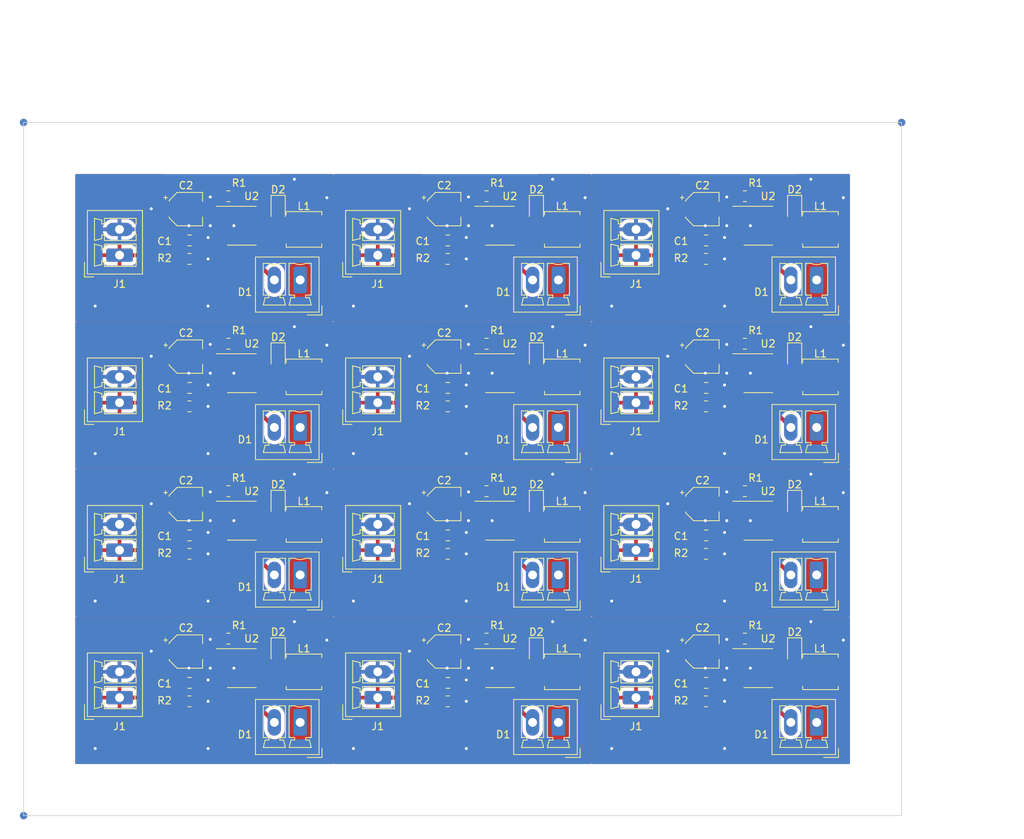
<source format=kicad_pcb>
(kicad_pcb (version 20221018) (generator pcbnew)
  (layers (0 "F.Cu" signal) (31 "B.Cu" signal) (34 "B.Paste" user) (35 "F.Paste" user) (36 "B.SilkS" user "B.Silkscreen") (37 "F.SilkS" user "F.Silkscreen") (38 "B.Mask" user) (39 "F.Mask" user) (44 "Edge.Cuts" user))
  (net 0 "")
  (net 1 "Board_0-+12V")
  (net 2 "Board_0-GND")
  (net 3 "Board_0-Net-(D1-A)")
  (net 4 "Board_0-Net-(D1-K)")
  (net 5 "Board_0-Net-(D2-A)")
  (net 6 "Board_0-Net-(U2-CTRL)")
  (net 7 "Board_0-unconnected-(U2-N{slash}C-Pad7)")
  (net 8 "Board_1-+12V")
  (net 9 "Board_1-GND")
  (net 10 "Board_1-Net-(D1-A)")
  (net 11 "Board_1-Net-(D1-K)")
  (net 12 "Board_1-Net-(D2-A)")
  (net 13 "Board_1-Net-(U2-CTRL)")
  (net 14 "Board_1-unconnected-(U2-N{slash}C-Pad7)")
  (net 15 "Board_2-+12V")
  (net 16 "Board_2-GND")
  (net 17 "Board_2-Net-(D1-A)")
  (net 18 "Board_2-Net-(D1-K)")
  (net 19 "Board_2-Net-(D2-A)")
  (net 20 "Board_2-Net-(U2-CTRL)")
  (net 21 "Board_2-unconnected-(U2-N{slash}C-Pad7)")
  (net 22 "Board_3-+12V")
  (net 23 "Board_3-GND")
  (net 24 "Board_3-Net-(D1-A)")
  (net 25 "Board_3-Net-(D1-K)")
  (net 26 "Board_3-Net-(D2-A)")
  (net 27 "Board_3-Net-(U2-CTRL)")
  (net 28 "Board_3-unconnected-(U2-N{slash}C-Pad7)")
  (net 29 "Board_4-+12V")
  (net 30 "Board_4-GND")
  (net 31 "Board_4-Net-(D1-A)")
  (net 32 "Board_4-Net-(D1-K)")
  (net 33 "Board_4-Net-(D2-A)")
  (net 34 "Board_4-Net-(U2-CTRL)")
  (net 35 "Board_4-unconnected-(U2-N{slash}C-Pad7)")
  (net 36 "Board_5-+12V")
  (net 37 "Board_5-GND")
  (net 38 "Board_5-Net-(D1-A)")
  (net 39 "Board_5-Net-(D1-K)")
  (net 40 "Board_5-Net-(D2-A)")
  (net 41 "Board_5-Net-(U2-CTRL)")
  (net 42 "Board_5-unconnected-(U2-N{slash}C-Pad7)")
  (net 43 "Board_6-+12V")
  (net 44 "Board_6-GND")
  (net 45 "Board_6-Net-(D1-A)")
  (net 46 "Board_6-Net-(D1-K)")
  (net 47 "Board_6-Net-(D2-A)")
  (net 48 "Board_6-Net-(U2-CTRL)")
  (net 49 "Board_6-unconnected-(U2-N{slash}C-Pad7)")
  (net 50 "Board_7-+12V")
  (net 51 "Board_7-GND")
  (net 52 "Board_7-Net-(D1-A)")
  (net 53 "Board_7-Net-(D1-K)")
  (net 54 "Board_7-Net-(D2-A)")
  (net 55 "Board_7-Net-(U2-CTRL)")
  (net 56 "Board_7-unconnected-(U2-N{slash}C-Pad7)")
  (net 57 "Board_8-+12V")
  (net 58 "Board_8-GND")
  (net 59 "Board_8-Net-(D1-A)")
  (net 60 "Board_8-Net-(D1-K)")
  (net 61 "Board_8-Net-(D2-A)")
  (net 62 "Board_8-Net-(U2-CTRL)")
  (net 63 "Board_8-unconnected-(U2-N{slash}C-Pad7)")
  (net 64 "Board_9-+12V")
  (net 65 "Board_9-GND")
  (net 66 "Board_9-Net-(D1-A)")
  (net 67 "Board_9-Net-(D1-K)")
  (net 68 "Board_9-Net-(D2-A)")
  (net 69 "Board_9-Net-(U2-CTRL)")
  (net 70 "Board_9-unconnected-(U2-N{slash}C-Pad7)")
  (net 71 "Board_10-+12V")
  (net 72 "Board_10-GND")
  (net 73 "Board_10-Net-(D1-A)")
  (net 74 "Board_10-Net-(D1-K)")
  (net 75 "Board_10-Net-(D2-A)")
  (net 76 "Board_10-Net-(U2-CTRL)")
  (net 77 "Board_10-unconnected-(U2-N{slash}C-Pad7)")
  (net 78 "Board_11-+12V")
  (net 79 "Board_11-GND")
  (net 80 "Board_11-Net-(D1-A)")
  (net 81 "Board_11-Net-(D1-K)")
  (net 82 "Board_11-Net-(D2-A)")
  (net 83 "Board_11-Net-(U2-CTRL)")
  (net 84 "Board_11-unconnected-(U2-N{slash}C-Pad7)")
  (footprint "Inductor_SMD:L_Coilcraft_XAL4020-XXX" (layer "F.Cu") (at 162 54.5)
    (fp_text reference "L1")
    (fp_text value "4.7uH")
  )
  (footprint "Inductor_SMD:L_Coilcraft_XAL4020-XXX" (layer "F.Cu") (at 197 34.5)
    (fp_text reference "L1")
    (fp_text value "4.7uH")
  )
  (footprint "Capacitor_SMD:CP_Elec_4x3" (layer "F.Cu") (at 181 31.75)
    (fp_text reference "C2")
    (fp_text value "10uF")
  )
  (footprint "Connector_Phoenix_MC:PhoenixContact_MCV_1,5_2-G-3.5_1x02_P3.50mm_Vertical" (layer "F.Cu") (at 196.4825 101.3575 180)
    (fp_text reference "D1")
    (fp_text value "LED_Series")
  )
  (footprint "Resistor_SMD:R_0805_2012Metric_Pad1.20x1.40mm_HandSolder" (layer "F.Cu") (at 146.475 78.5)
    (fp_text reference "R2")
    (fp_text value "10k")
  )
  (footprint "Resistor_SMD:R_0805_2012Metric_Pad1.20x1.40mm_HandSolder" (layer "F.Cu") (at 181.475 58.5)
    (fp_text reference "R2")
    (fp_text value "10k")
  )
  (footprint "Package_SO:SSOP-8_3.9x5.05mm_P1.27mm" (layer "F.Cu") (at 188.575 74)
    (fp_text reference "U2")
    (fp_text value "AL8860Q")
  )
  (footprint "Package_SO:SSOP-8_3.9x5.05mm_P1.27mm" (layer "F.Cu") (at 118.575 74)
    (fp_text reference "U2")
    (fp_text value "AL8860Q")
  )
  (footprint "Fiducial" (layer "F.Cu") (at 89 20)
    (fp_text reference "KiKit_FID_T_1" hide)
    (fp_text value "Fiducial" hide)
  )
  (footprint "Package_SO:SSOP-8_3.9x5.05mm_P1.27mm" (layer "F.Cu") (at 188.575 34)
    (fp_text reference "U2")
    (fp_text value "AL8860Q")
  )
  (footprint "Capacitor_SMD:CP_Elec_4x3" (layer "F.Cu") (at 181 71.75)
    (fp_text reference "C2")
    (fp_text value "10uF")
  )
  (footprint "Diode_SMD:D_0805_2012Metric_Pad1.15x1.40mm_HandSolder" (layer "F.Cu") (at 123.5 31.75 -90)
    (fp_text reference "D2")
    (fp_text value "D_Schottky")
  )
  (footprint "Inductor_SMD:L_Coilcraft_XAL4020-XXX" (layer "F.Cu") (at 197 94.5)
    (fp_text reference "L1")
    (fp_text value "4.7uH")
  )
  (footprint "Capacitor_SMD:C_0805_2012Metric_Pad1.18x1.45mm_HandSolder" (layer "F.Cu") (at 146.5 56)
    (fp_text reference "C1")
    (fp_text value "10n")
  )
  (footprint "Connector_Phoenix_MC:PhoenixContact_MCV_1,5_2-G-3.5_1x02_P3.50mm_Vertical" (layer "F.Cu") (at 161.4825 101.3575 180)
    (fp_text reference "D1")
    (fp_text value "LED_Series")
  )
  (footprint "Connector_Phoenix_MC:PhoenixContact_MCV_1,5_2-G-3.5_1x02_P3.50mm_Vertical" (layer "F.Cu") (at 126.4825 61.3575 180)
    (fp_text reference "D1")
    (fp_text value "LED_Series")
  )
  (footprint "Diode_SMD:D_0805_2012Metric_Pad1.15x1.40mm_HandSolder" (layer "F.Cu") (at 158.5 71.75 -90)
    (fp_text reference "D2")
    (fp_text value "D_Schottky")
  )
  (footprint "Connector_Phoenix_MC:PhoenixContact_MCV_1,5_2-G-3.5_1x02_P3.50mm_Vertical" (layer "F.Cu") (at 196.4825 81.3575 180)
    (fp_text reference "D1")
    (fp_text value "LED_Series")
  )
  (footprint "Resistor_SMD:R_0805_2012Metric_Pad1.20x1.40mm_HandSolder" (layer "F.Cu") (at 111.475 58.5)
    (fp_text reference "R2")
    (fp_text value "10k")
  )
  (footprint "Resistor_SMD:R_0805_2012Metric_Pad1.20x1.40mm_HandSolder" (layer "F.Cu") (at 186.75 90 180)
    (fp_text reference "R1")
    (fp_text value "0R10")
  )
  (footprint "Capacitor_SMD:C_0805_2012Metric_Pad1.18x1.45mm_HandSolder" (layer "F.Cu") (at 111.5 96)
    (fp_text reference "C1")
    (fp_text value "10n")
  )
  (footprint "Connector_Phoenix_MC:PhoenixContact_MCV_1,5_2-G-3.5_1x02_P3.50mm_Vertical" (layer "F.Cu") (at 137 58 90)
    (fp_text reference "J1")
    (fp_text value "Power")
  )
  (footprint "Package_SO:SSOP-8_3.9x5.05mm_P1.27mm" (layer "F.Cu") (at 118.575 34)
    (fp_text reference "U2")
    (fp_text value "AL8860Q")
  )
  (footprint "Capacitor_SMD:C_0805_2012Metric_Pad1.18x1.45mm_HandSolder" (layer "F.Cu") (at 111.5 56)
    (fp_text reference "C1")
    (fp_text value "10n")
  )
  (footprint "Capacitor_SMD:C_0805_2012Metric_Pad1.18x1.45mm_HandSolder" (layer "F.Cu") (at 146.5 36)
    (fp_text reference "C1")
    (fp_text value "10n")
  )
  (footprint "Inductor_SMD:L_Coilcraft_XAL4020-XXX" (layer "F.Cu") (at 127 54.5)
    (fp_text reference "L1")
    (fp_text value "4.7uH")
  )
  (footprint "Package_SO:SSOP-8_3.9x5.05mm_P1.27mm" (layer "F.Cu") (at 118.575 54)
    (fp_text reference "U2")
    (fp_text value "AL8860Q")
  )
  (footprint "Diode_SMD:D_0805_2012Metric_Pad1.15x1.40mm_HandSolder" (layer "F.Cu") (at 158.5 51.75 -90)
    (fp_text reference "D2")
    (fp_text value "D_Schottky")
  )
  (footprint "Capacitor_SMD:CP_Elec_4x3" (layer "F.Cu") (at 146 71.75)
    (fp_text reference "C2")
    (fp_text value "10uF")
  )
  (footprint "Connector_Phoenix_MC:PhoenixContact_MCV_1,5_2-G-3.5_1x02_P3.50mm_Vertical" (layer "F.Cu") (at 126.4825 41.3575 180)
    (fp_text reference "D1")
    (fp_text value "LED_Series")
  )
  (footprint "Package_SO:SSOP-8_3.9x5.05mm_P1.27mm" (layer "F.Cu") (at 118.575 94)
    (fp_text reference "U2")
    (fp_text value "AL8860Q")
  )
  (footprint "Fiducial" (layer "F.Cu") (at 208 20)
    (fp_text reference "KiKit_FID_T_2" hide)
    (fp_text value "Fiducial" hide)
  )
  (footprint "Capacitor_SMD:CP_Elec_4x3" (layer "F.Cu") (at 111 31.75)
    (fp_text reference "C2")
    (fp_text value "10uF")
  )
  (footprint "Inductor_SMD:L_Coilcraft_XAL4020-XXX" (layer "F.Cu") (at 162 74.5)
    (fp_text reference "L1")
    (fp_text value "4.7uH")
  )
  (footprint "Capacitor_SMD:CP_Elec_4x3" (layer "F.Cu") (at 181 51.75)
    (fp_text reference "C2")
    (fp_text value "10uF")
  )
  (footprint "Diode_SMD:D_0805_2012Metric_Pad1.15x1.40mm_HandSolder" (layer "F.Cu") (at 158.5 91.75 -90)
    (fp_text reference "D2")
    (fp_text value "D_Schottky")
  )
  (footprint "Connector_Phoenix_MC:PhoenixContact_MCV_1,5_2-G-3.5_1x02_P3.50mm_Vertical" (layer "F.Cu") (at 126.4825 101.3575 180)
    (fp_text reference "D1")
    (fp_text value "LED_Series")
  )
  (footprint "Resistor_SMD:R_0805_2012Metric_Pad1.20x1.40mm_HandSolder" (layer "F.Cu") (at 181.475 78.5)
    (fp_text reference "R2")
    (fp_text value "10k")
  )
  (footprint "Capacitor_SMD:CP_Elec_4x3" (layer "F.Cu") (at 146 31.75)
    (fp_text reference "C2")
    (fp_text value "10uF")
  )
  (footprint "Connector_Phoenix_MC:PhoenixContact_MCV_1,5_2-G-3.5_1x02_P3.50mm_Vertical" (layer "F.Cu") (at 137 78 90)
    (fp_text reference "J1")
    (fp_text value "Power")
  )
  (footprint "Capacitor_SMD:CP_Elec_4x3" (layer "F.Cu") (at 111 91.75)
    (fp_text reference "C2")
    (fp_text value "10uF")
  )
  (footprint "Connector_Phoenix_MC:PhoenixContact_MCV_1,5_2-G-3.5_1x02_P3.50mm_Vertical" (layer "F.Cu") (at 161.4825 61.3575 180)
    (fp_text reference "D1")
    (fp_text value "LED_Series")
  )
  (footprint "Diode_SMD:D_0805_2012Metric_Pad1.15x1.40mm_HandSolder" (layer "F.Cu") (at 193.5 51.75 -90)
    (fp_text reference "D2")
    (fp_text value "D_Schottky")
  )
  (footprint "Connector_Phoenix_MC:PhoenixContact_MCV_1,5_2-G-3.5_1x02_P3.50mm_Vertical" (layer "F.Cu") (at 161.4825 41.3575 180)
    (fp_text reference "D1")
    (fp_text value "LED_Series")
  )
  (footprint "Diode_SMD:D_0805_2012Metric_Pad1.15x1.40mm_HandSolder" (layer "F.Cu") (at 123.5 51.75 -90)
    (fp_text reference "D2")
    (fp_text value "D_Schottky")
  )
  (footprint "Capacitor_SMD:CP_Elec_4x3" (layer "F.Cu") (at 111 71.75)
    (fp_text reference "C2")
    (fp_text value "10uF")
  )
  (footprint "Connector_Phoenix_MC:PhoenixContact_MCV_1,5_2-G-3.5_1x02_P3.50mm_Vertical" (layer "F.Cu") (at 137 98 90)
    (fp_text reference "J1")
    (fp_text value "Power")
  )
  (footprint "Connector_Phoenix_MC:PhoenixContact_MCV_1,5_2-G-3.5_1x02_P3.50mm_Vertical" (layer "F.Cu") (at 196.4825 61.3575 180)
    (fp_text reference "D1")
    (fp_text value "LED_Series")
  )
  (footprint "Package_SO:SSOP-8_3.9x5.05mm_P1.27mm" (layer "F.Cu") (at 153.575 34)
    (fp_text reference "U2")
    (fp_text value "AL8860Q")
  )
  (footprint "Diode_SMD:D_0805_2012Metric_Pad1.15x1.40mm_HandSolder" (layer "F.Cu") (at 123.5 91.75 -90)
    (fp_text reference "D2")
    (fp_text value "D_Schottky")
  )
  (footprint "Package_SO:SSOP-8_3.9x5.05mm_P1.27mm" (layer "F.Cu") (at 188.575 94)
    (fp_text reference "U2")
    (fp_text value "AL8860Q")
  )
  (footprint "Connector_Phoenix_MC:PhoenixContact_MCV_1,5_2-G-3.5_1x02_P3.50mm_Vertical" (layer "F.Cu") (at 172 78 90)
    (fp_text reference "J1")
    (fp_text value "Power")
  )
  (footprint "Diode_SMD:D_0805_2012Metric_Pad1.15x1.40mm_HandSolder" (layer "F.Cu") (at 123.5 71.75 -90)
    (fp_text reference "D2")
    (fp_text value "D_Schottky")
  )
  (footprint "Resistor_SMD:R_0805_2012Metric_Pad1.20x1.40mm_HandSolder" (layer "F.Cu") (at 181.475 38.5)
    (fp_text reference "R2")
    (fp_text value "10k")
  )
  (footprint "Capacitor_SMD:C_0805_2012Metric_Pad1.18x1.45mm_HandSolder" (layer "F.Cu") (at 181.5 96)
    (fp_text reference "C1")
    (fp_text value "10n")
  )
  (footprint "Inductor_SMD:L_Coilcraft_XAL4020-XXX" (layer "F.Cu") (at 162 94.5)
    (fp_text reference "L1")
    (fp_text value "4.7uH")
  )
  (footprint "Resistor_SMD:R_0805_2012Metric_Pad1.20x1.40mm_HandSolder" (layer "F.Cu") (at 111.475 78.5)
    (fp_text reference "R2")
    (fp_text value "10k")
  )
  (footprint "Resistor_SMD:R_0805_2012Metric_Pad1.20x1.40mm_HandSolder" (layer "F.Cu") (at 111.475 38.5)
    (fp_text reference "R2")
    (fp_text value "10k")
  )
  (footprint "Inductor_SMD:L_Coilcraft_XAL4020-XXX" (layer "F.Cu") (at 127 94.5)
    (fp_text reference "L1")
    (fp_text value "4.7uH")
  )
  (footprint "Resistor_SMD:R_0805_2012Metric_Pad1.20x1.40mm_HandSolder" (layer "F.Cu") (at 116.75 30 180)
    (fp_text reference "R1")
    (fp_text value "0R10")
  )
  (footprint "Connector_Phoenix_MC:PhoenixContact_MCV_1,5_2-G-3.5_1x02_P3.50mm_Vertical" (layer "F.Cu") (at 172 38 90)
    (fp_text reference "J1")
    (fp_text value "Power")
  )
  (footprint "Capacitor_SMD:C_0805_2012Metric_Pad1.18x1.45mm_HandSolder" (layer "F.Cu") (at 181.5 36)
    (fp_text reference "C1")
    (fp_text value "10n")
  )
  (footprint "Connector_Phoenix_MC:PhoenixContact_MCV_1,5_2-G-3.5_1x02_P3.50mm_Vertical" (layer "F.Cu") (at 102 98 90)
    (fp_text reference "J1")
    (fp_text value "Power")
  )
  (footprint "Connector_Phoenix_MC:PhoenixContact_MCV_1,5_2-G-3.5_1x02_P3.50mm_Vertical" (layer "F.Cu") (at 137 38 90)
    (fp_text reference "J1")
    (fp_text value "Power")
  )
  (footprint "Inductor_SMD:L_Coilcraft_XAL4020-XXX" (layer "F.Cu") (at 127 34.5)
    (fp_text reference "L1")
    (fp_text value "4.7uH")
  )
  (footprint "Resistor_SMD:R_0805_2012Metric_Pad1.20x1.40mm_HandSolder" (layer "F.Cu") (at 116.75 50 180)
    (fp_text reference "R1")
    (fp_text value "0R10")
  )
  (footprint "Connector_Phoenix_MC:PhoenixContact_MCV_1,5_2-G-3.5_1x02_P3.50mm_Vertical" (layer "F.Cu") (at 172 98 90)
    (fp_text reference "J1")
    (fp_text value "Power")
  )
  (footprint "Resistor_SMD:R_0805_2012Metric_Pad1.20x1.40mm_HandSolder" (layer "F.Cu") (at 116.75 90 180)
    (fp_text reference "R1")
    (fp_text value "0R10")
  )
  (footprint "Resistor_SMD:R_0805_2012Metric_Pad1.20x1.40mm_HandSolder" (layer "F.Cu") (at 151.75 70 180)
    (fp_text reference "R1")
    (fp_text value "0R10")
  )
  (footprint "Capacitor_SMD:C_0805_2012Metric_Pad1.18x1.45mm_HandSolder" (layer "F.Cu") (at 181.5 56)
    (fp_text reference "C1")
    (fp_text value "10n")
  )
  (footprint "Package_SO:SSOP-8_3.9x5.05mm_P1.27mm" (layer "F.Cu") (at 153.575 94)
    (fp_text reference "U2")
    (fp_text value "AL8860Q")
  )
  (footprint "Connector_Phoenix_MC:PhoenixContact_MCV_1,5_2-G-3.5_1x02_P3.50mm_Vertical" (layer "F.Cu") (at 196.4825 41.3575 180)
    (fp_text reference "D1")
    (fp_text value "LED_Series")
  )
  (footprint "Capacitor_SMD:CP_Elec_4x3" (layer "F.Cu") (at 111 51.75)
    (fp_text reference "C2")
    (fp_text value "10uF")
  )
  (footprint "Connector_Phoenix_MC:PhoenixContact_MCV_1,5_2-G-3.5_1x02_P3.50mm_Vertical" (layer "F.Cu") (at 102 58 90)
    (fp_text reference "J1")
    (fp_text value "Power")
  )
  (footprint "Resistor_SMD:R_0805_2012Metric_Pad1.20x1.40mm_HandSolder" (layer "F.Cu") (at 146.475 98.5)
    (fp_text reference "R2")
    (fp_text value "10k")
  )
  (footprint "Capacitor_SMD:CP_Elec_4x3" (layer "F.Cu") (at 146 51.75)
    (fp_text reference "C2")
    (fp_text value "10uF")
  )
  (footprint "Connector_Phoenix_MC:PhoenixContact_MCV_1,5_2-G-3.5_1x02_P3.50mm_Vertical" (layer "F.Cu") (at 126.4825 81.3575 180)
    (fp_text reference "D1")
    (fp_text value "LED_Series")
  )
  (footprint "Diode_SMD:D_0805_2012Metric_Pad1.15x1.40mm_HandSolder" (layer "F.Cu") (at 158.5 31.75 -90)
    (fp_text reference "D2")
    (fp_text value "D_Schottky")
  )
  (footprint "Resistor_SMD:R_0805_2012Metric_Pad1.20x1.40mm_HandSolder" (layer "F.Cu") (at 146.475 58.5)
    (fp_text reference "R2")
    (fp_text value "10k")
  )
  (footprint "Capacitor_SMD:CP_Elec_4x3" (layer "F.Cu") (at 146 91.75)
    (fp_text reference "C2")
    (fp_text value "10uF")
  )
  (footprint "Connector_Phoenix_MC:PhoenixContact_MCV_1,5_2-G-3.5_1x02_P3.50mm_Vertical" (layer "F.Cu") (at 102 38 90)
    (fp_text reference "J1")
    (fp_text value "Power")
  )
  (footprint "Capacitor_SMD:CP_Elec_4x3" (layer "F.Cu") (at 181 91.75)
    (fp_text reference "C2")
    (fp_text value "10uF")
  )
  (footprint "Inductor_SMD:L_Coilcraft_XAL4020-XXX" (layer "F.Cu") (at 162 34.5)
    (fp_text reference "L1")
    (fp_text value "4.7uH")
  )
  (footprint "Resistor_SMD:R_0805_2012Metric_Pad1.20x1.40mm_HandSolder" (layer "F.Cu") (at 151.75 30 180)
    (fp_text reference "R1")
    (fp_text value "0R10")
  )
  (footprint "Resistor_SMD:R_0805_2012Metric_Pad1.20x1.40mm_HandSolder" (layer "F.Cu") (at 181.475 98.5)
    (fp_text reference "R2")
    (fp_text value "10k")
  )
  (footprint "Diode_SMD:D_0805_2012Metric_Pad1.15x1.40mm_HandSolder" (layer "F.Cu") (at 193.5 91.75 -90)
    (fp_text reference "D2")
    (fp_text value "D_Schottky")
  )
  (footprint "Resistor_SMD:R_0805_2012Metric_Pad1.20x1.40mm_HandSolder" (layer "F.Cu") (at 146.475 38.5)
    (fp_text reference "R2")
    (fp_text value "10k")
  )
  (footprint "Inductor_SMD:L_Coilcraft_XAL4020-XXX" (layer "F.Cu") (at 127 74.5)
    (fp_text reference "L1")
    (fp_text value "4.7uH")
  )
  (footprint "Package_SO:SSOP-8_3.9x5.05mm_P1.27mm" (layer "F.Cu") (at 153.575 74)
    (fp_text reference "U2")
    (fp_text value "AL8860Q")
  )
  (footprint "Resistor_SMD:R_0805_2012Metric_Pad1.20x1.40mm_HandSolder" (layer "F.Cu") (at 116.75 70 180)
    (fp_text reference "R1")
    (fp_text value "0R10")
  )
  (footprint "Connector_Phoenix_MC:PhoenixContact_MCV_1,5_2-G-3.5_1x02_P3.50mm_Vertical" (layer "F.Cu") (at 161.4825 81.3575 180)
    (fp_text reference "D1")
    (fp_text value "LED_Series")
  )
  (footprint "Resistor_SMD:R_0805_2012Metric_Pad1.20x1.40mm_HandSolder" (layer "F.Cu") (at 151.75 90 180)
    (fp_text reference "R1")
    (fp_text value "0R10")
  )
  (footprint "Connector_Phoenix_MC:PhoenixContact_MCV_1,5_2-G-3.5_1x02_P3.50mm_Vertical" (layer "F.Cu") (at 102 78 90)
    (fp_text reference "J1")
    (fp_text value "Power")
  )
  (footprint "Diode_SMD:D_0805_2012Metric_Pad1.15x1.40mm_HandSolder" (layer "F.Cu") (at 193.5 31.75 -90)
    (fp_text reference "D2")
    (fp_text value "D_Schottky")
  )
  (footprint "Resistor_SMD:R_0805_2012Metric_Pad1.20x1.40mm_HandSolder" (layer "F.Cu") (at 111.475 98.5)
    (fp_text reference "R2")
    (fp_text value "10k")
  )
  (footprint "Resistor_SMD:R_0805_2012Metric_Pad1.20x1.40mm_HandSolder" (layer "F.Cu") (at 186.75 30 180)
    (fp_text reference "R1")
    (fp_text value "0R10")
  )
  (footprint "Resistor_SMD:R_0805_2012Metric_Pad1.20x1.40mm_HandSolder" (layer "F.Cu") (at 151.75 50 180)
    (fp_text reference "R1")
    (fp_text value "0R10")
  )
  (footprint "Capacitor_SMD:C_0805_2012Metric_Pad1.18x1.45mm_HandSolder" (layer "F.Cu") (at 146.5 76)
    (fp_text reference "C1")
    (fp_text value "10n")
  )
  (footprint "Inductor_SMD:L_Coilcraft_XAL4020-XXX" (layer "F.Cu") (at 197 74.5)
    (fp_text reference "L1")
    (fp_text value "4.7uH")
  )
  (footprint "Capacitor_SMD:C_0805_2012Metric_Pad1.18x1.45mm_HandSolder" (layer "F.Cu") (at 181.5 76)
    (fp_text reference "C1")
    (fp_text value "10n")
  )
  (footprint "Resistor_SMD:R_0805_2012Metric_Pad1.20x1.40mm_HandSolder" (layer "F.Cu") (at 186.75 70 180)
    (fp_text reference "R1")
    (fp_text value "0R10")
  )
  (footprint "Connector_Phoenix_MC:PhoenixContact_MCV_1,5_2-G-3.5_1x02_P3.50mm_Vertical" (layer "F.Cu") (at 172 58 90)
    (fp_text reference "J1")
    (fp_text value "Power")
  )
  (footprint "Fiducial" (layer "F.Cu") (at 89 114)
    (fp_text reference "KiKit_FID_T_3" hide)
    (fp_text value "Fiducial" hide)
  )
  (footprint "Resistor_SMD:R_0805_2012Metric_Pad1.20x1.40mm_HandSolder" (layer "F.Cu") (at 186.75 50 180)
    (fp_text reference "R1")
    (fp_text value "0R10")
  )
  (footprint "Capacitor_SMD:C_0805_2012Metric_Pad1.18x1.45mm_HandSolder" (layer "F.Cu") (at 111.5 36)
    (fp_text reference "C1")
    (fp_text value "10n")
  )
  (footprint "Package_SO:SSOP-8_3.9x5.05mm_P1.27mm" (layer "F.Cu") (at 153.575 54)
    (fp_text reference "U2")
    (fp_text value "AL8860Q")
  )
  (footprint "Package_SO:SSOP-8_3.9x5.05mm_P1.27mm" (layer "F.Cu") (at 188.575 54)
    (fp_text reference "U2")
    (fp_text value "AL8860Q")
  )
  (footprint "Diode_SMD:D_0805_2012Metric_Pad1.15x1.40mm_HandSolder" (layer "F.Cu") (at 193.5 71.75 -90)
    (fp_text reference "D2")
    (fp_text value "D_Schottky")
  )
  (footprint "Capacitor_SMD:C_0805_2012Metric_Pad1.18x1.45mm_HandSolder" (layer "F.Cu") (at 146.5 96)
    (fp_text reference "C1")
    (fp_text value "10n")
  )
  (footprint "Capacitor_SMD:C_0805_2012Metric_Pad1.18x1.45mm_HandSolder" (layer "F.Cu") (at 111.5 76)
    (fp_text reference "C1")
    (fp_text value "10n")
  )
  (footprint "Inductor_SMD:L_Coilcraft_XAL4020-XXX" (layer "F.Cu") (at 197 54.5)
    (fp_text reference "L1")
    (fp_text value "4.7uH")
  )
  (footprint "Fiducial" (layer "B.Cu") (at 89 20)
    (fp_text reference "KiKit_FID_B_1" hide)
    (fp_text value "Fiducial" hide)
  )
  (footprint "Fiducial" (layer "B.Cu") (at 89 114)
    (fp_text reference "KiKit_FID_B_3" hide)
    (fp_text value "Fiducial" hide)
  )
  (footprint "Fiducial" (layer "B.Cu") (at 208 20)
    (fp_text reference "KiKit_FID_B_2" hide)
    (fp_text value "Fiducial" hide)
  )
  (gr_line (start 208 114) (end 208 20) (stroke (width 0.1)) (layer "Edge.Cuts"))
  (gr_line (start 89 20) (end 89 114) (stroke (width 0.1)) (layer "Edge.Cuts"))
  (gr_line (start 208 20) (end 89 20) (stroke (width 0.1)) (layer "Edge.Cuts"))
  (gr_line (start 89 114) (end 89 114) (stroke (width 0.1)) (layer "Edge.Cuts"))
  (gr_line (start 89 114) (end 208 114) (stroke (width 0.1)) (layer "Edge.Cuts"))
  (segment (start 109.2 31.75) (end 111.2 29.75) (width 0.55) (layer "F.Cu") (net 1))
  (segment (start 122.13 32.095) (end 123.5 30.725) (width 0.55) (layer "F.Cu") (net 1))
  (segment (start 116.5 28.75) (end 114.25 28.75) (width 0.55) (layer "F.Cu") (net 1))
  (segment (start 117.75 30) (end 116.5 28.75) (width 0.55) (layer "F.Cu") (net 1))
  (segment (start 113.25 29.75) (end 114.25 28.75) (width 0.55) (layer "F.Cu") (net 1))
  (segment (start 109.975 38) (end 110.475 38.5) (width 0.55) (layer "F.Cu") (net 1))
  (segment (start 102 38) (end 109.975 38) (width 0.55) (layer "F.Cu") (net 1))
  (segment (start 111.2 29.75) (end 113.25 29.75) (width 0.55) (layer "F.Cu") (net 1))
  (segment (start 109.2 37.225) (end 110.475 38.5) (width 0.55) (layer "F.Cu") (net 1))
  (segment (start 109.2 31.75) (end 109.2 37.225) (width 0.55) (layer "F.Cu") (net 1))
  (segment (start 121.25 32.095) (end 122.13 32.095) (width 0.55) (layer "F.Cu") (net 1))
  (segment (start 118.475 30.725) (end 123.5 30.725) (width 0.55) (layer "F.Cu") (net 1))
  (segment (start 117.75 30) (end 118.475 30.725) (width 0.55) (layer "F.Cu") (net 1))
  (segment (start 114.3 34.05) (end 114.3 34) (width 0.55) (layer "F.Cu") (net 2))
  (segment (start 113.45 31.75) (end 114.3 30.9) (width 0.55) (layer "F.Cu") (net 2))
  (segment (start 112.5375 36) (end 112.8 35.7375) (width 0.55) (layer "F.Cu") (net 2))
  (segment (start 116.865 33.365) (end 117.5 34) (width 0.55) (layer "F.Cu") (net 2))
  (segment (start 116.865 34.635) (end 117.5 34) (width 0.55) (layer "F.Cu") (net 2))
  (segment (start 111.4 34) (end 112.8 34) (width 0.55) (layer "F.Cu") (net 2))
  (segment (start 112.8 31.75) (end 113.45 31.75) (width 0.55) (layer "F.Cu") (net 2))
  (segment (start 115.9 33.365) (end 116.865 33.365) (width 0.55) (layer "F.Cu") (net 2))
  (segment (start 112.8 34) (end 112.8 31.75) (width 0.55) (layer "F.Cu") (net 2))
  (segment (start 115.9 34.635) (end 114.885 34.635) (width 0.55) (layer "F.Cu") (net 2))
  (segment (start 114.885 34.635) (end 114.3 34.05) (width 0.55) (layer "F.Cu") (net 2))
  (segment (start 114.3 30.9) (end 114.3 30.1) (width 0.55) (layer "F.Cu") (net 2))
  (segment (start 114.25 34) (end 114.885 33.365) (width 0.55) (layer "F.Cu") (net 2))
  (segment (start 114.25 34) (end 114.25 34) (width 0.55) (layer "F.Cu") (net 2))
  (segment (start 112.9375 35.6) (end 114 35.6) (width 0.55) (layer "F.Cu") (net 2))
  (segment (start 114.3 34) (end 114.25 34) (width 0.55) (layer "F.Cu") (net 2))
  (segment (start 112.8 35.7375) (end 112.8 31.75) (width 0.55) (layer "F.Cu") (net 2))
  (segment (start 112.5375 36) (end 112.9375 35.6) (width 0.55) (layer "F.Cu") (net 2))
  (segment (start 114.25 34) (end 112.8 34) (width 0.55) (layer "F.Cu") (net 2))
  (segment (start 114.885 33.365) (end 115.9 33.365) (width 0.55) (layer "F.Cu") (net 2))
  (segment (start 115.9 34.635) (end 116.865 34.635) (width 0.55) (layer "F.Cu") (net 2))
  (via (at 117.5 34) (size 0.8) (drill 0.4) (layers "F.Cu" "B.Cu") (net 2))
  (via (at 106.3 31.7) (size 0.8) (drill 0.4) (layers "F.Cu" "B.Cu") (net 2))
  (via (at 130.1 30.2) (size 0.8) (drill 0.4) (layers "F.Cu" "B.Cu") (net 2))
  (via (at 111.4 34) (size 0.8) (drill 0.4) (layers "F.Cu" "B.Cu") (net 2))
  (via (at 114.3 30.1) (size 0.8) (drill 0.4) (layers "F.Cu" "B.Cu") (net 2))
  (via (at 114 38.5) (size 0.8) (drill 0.4) (layers "F.Cu" "B.Cu") (net 2))
  (via (at 114 44.9) (size 0.8) (drill 0.4) (layers "F.Cu" "B.Cu") (net 2))
  (via (at 114.3 34) (size 0.8) (drill 0.4) (layers "F.Cu" "B.Cu") (net 2))
  (via (at 125.7 27.7) (size 0.8) (drill 0.4) (layers "F.Cu" "B.Cu") (net 2))
  (via (at 98.7 44.9) (size 0.8) (drill 0.4) (layers "F.Cu" "B.Cu") (net 2))
  (via (at 114 35.6) (size 0.8) (drill 0.4) (layers "F.Cu" "B.Cu") (net 2))
  (segment (start 119 34) (end 119 37.375) (width 0.55) (layer "F.Cu") (net 3))
  (segment (start 119 37.375) (end 122.9825 41.3575) (width 0.55) (layer "F.Cu") (net 3))
  (segment (start 115.9 32.095) (end 117.095 32.095) (width 0.55) (layer "F.Cu") (net 3))
  (segment (start 115.9 30.15) (end 115.75 30) (width 0.55) (layer "F.Cu") (net 3))
  (segment (start 117.095 32.095) (end 119 34) (width 0.55) (layer "F.Cu") (net 3))
  (segment (start 115.9 32.095) (end 116.345 32.095) (width 0.55) (layer "F.Cu") (net 3))
  (segment (start 115.9 32.095) (end 115.9 30.15) (width 0.55) (layer "F.Cu") (net 3))
  (segment (start 128.25 38.25) (end 128.25 34.565) (width 0.55) (layer "F.Cu") (net 4))
  (segment (start 126.4825 41.3575) (end 126.4825 40.0175) (width 0.55) (layer "F.Cu") (net 4))
  (segment (start 128.25 34.565) (end 128.185 34.5) (width 0.55) (layer "F.Cu") (net 4))
  (segment (start 126.4825 40.0175) (end 128.25 38.25) (width 0.55) (layer "F.Cu") (net 4))
  (segment (start 123 35.25) (end 123 35) (width 0.55) (layer "F.Cu") (net 5))
  (segment (start 123 35) (end 123.5 34.5) (width 0.55) (layer "F.Cu") (net 5))
  (segment (start 123.365 34.635) (end 123.5 34.5) (width 0.55) (layer "F.Cu") (net 5))
  (segment (start 121.25 35.905) (end 122.345 35.905) (width 0.55) (layer "F.Cu") (net 5))
  (segment (start 123 34.635) (end 121.25 34.635) (width 0.55) (layer "F.Cu") (net 5))
  (segment (start 123.5 34.5) (end 123.5 32.775) (width 0.55) (layer "F.Cu") (net 5))
  (segment (start 123 35.25) (end 123 34.635) (width 0.55) (layer "F.Cu") (net 5))
  (segment (start 123.5 34.5) (end 125.815 34.5) (width 0.55) (layer "F.Cu") (net 5))
  (segment (start 122.345 35.905) (end 123 35.25) (width 0.55) (layer "F.Cu") (net 5))
  (segment (start 121.25 34.635) (end 123.365 34.635) (width 0.55) (layer "F.Cu") (net 5))
  (segment (start 115.295 35.905) (end 115.9 35.905) (width 0.55) (layer "F.Cu") (net 6))
  (segment (start 112.475 37.39375) (end 111.85625 37.39375) (width 0.55) (layer "F.Cu") (net 6))
  (segment (start 112.475 38.5) (end 112.475 37.39375) (width 0.55) (layer "F.Cu") (net 6))
  (segment (start 111.85625 37.39375) (end 110.4625 36) (width 0.55) (layer "F.Cu") (net 6))
  (segment (start 113.80625 37.39375) (end 115.295 35.905) (width 0.55) (layer "F.Cu") (net 6))
  (segment (start 111.85625 37.39375) (end 113.80625 37.39375) (width 0.55) (layer "F.Cu") (net 6))
  (segment (start 152.75 30) (end 153.475 30.725) (width 0.55) (layer "F.Cu") (net 8))
  (segment (start 146.2 29.75) (end 148.25 29.75) (width 0.55) (layer "F.Cu") (net 8))
  (segment (start 152.75 30) (end 151.5 28.75) (width 0.55) (layer "F.Cu") (net 8))
  (segment (start 151.5 28.75) (end 149.25 28.75) (width 0.55) (layer "F.Cu") (net 8))
  (segment (start 144.975 38) (end 145.475 38.5) (width 0.55) (layer "F.Cu") (net 8))
  (segment (start 144.2 37.225) (end 145.475 38.5) (width 0.55) (layer "F.Cu") (net 8))
  (segment (start 148.25 29.75) (end 149.25 28.75) (width 0.55) (layer "F.Cu") (net 8))
  (segment (start 144.2 31.75) (end 146.2 29.75) (width 0.55) (layer "F.Cu") (net 8))
  (segment (start 137 38) (end 144.975 38) (width 0.55) (layer "F.Cu") (net 8))
  (segment (start 156.25 32.095) (end 157.13 32.095) (width 0.55) (layer "F.Cu") (net 8))
  (segment (start 157.13 32.095) (end 158.5 30.725) (width 0.55) (layer "F.Cu") (net 8))
  (segment (start 144.2 31.75) (end 144.2 37.225) (width 0.55) (layer "F.Cu") (net 8))
  (segment (start 153.475 30.725) (end 158.5 30.725) (width 0.55) (layer "F.Cu") (net 8))
  (segment (start 149.885 33.365) (end 150.9 33.365) (width 0.55) (layer "F.Cu") (net 9))
  (segment (start 147.8 35.7375) (end 147.8 31.75) (width 0.55) (layer "F.Cu") (net 9))
  (segment (start 151.865 34.635) (end 152.5 34) (width 0.55) (layer "F.Cu") (net 9))
  (segment (start 146.4 34) (end 147.8 34) (width 0.55) (layer "F.Cu") (net 9))
  (segment (start 147.8 31.75) (end 148.45 31.75) (width 0.55) (layer "F.Cu") (net 9))
  (segment (start 147.5375 36) (end 147.8 35.7375) (width 0.55) (layer "F.Cu") (net 9))
  (segment (start 149.885 34.635) (end 149.3 34.05) (width 0.55) (layer "F.Cu") (net 9))
  (segment (start 149.3 34) (end 149.25 34) (width 0.55) (layer "F.Cu") (net 9))
  (segment (start 149.25 34) (end 149.25 34) (width 0.55) (layer "F.Cu") (net 9))
  (segment (start 149.3 30.9) (end 149.3 30.1) (width 0.55) (layer "F.Cu") (net 9))
  (segment (start 147.9375 35.6) (end 149 35.6) (width 0.55) (layer "F.Cu") (net 9))
  (segment (start 147.5375 36) (end 147.9375 35.6) (width 0.55) (layer "F.Cu") (net 9))
  (segment (start 150.9 34.635) (end 149.885 34.635) (width 0.55) (layer "F.Cu") (net 9))
  (segment (start 148.45 31.75) (end 149.3 30.9) (width 0.55) (layer "F.Cu") (net 9))
  (segment (start 149.3 34.05) (end 149.3 34) (width 0.55) (layer "F.Cu") (net 9))
  (segment (start 150.9 34.635) (end 151.865 34.635) (width 0.55) (layer "F.Cu") (net 9))
  (segment (start 147.8 34) (end 147.8 31.75) (width 0.55) (layer "F.Cu") (net 9))
  (segment (start 150.9 33.365) (end 151.865 33.365) (width 0.55) (layer "F.Cu") (net 9))
  (segment (start 149.25 34) (end 147.8 34) (width 0.55) (layer "F.Cu") (net 9))
  (segment (start 149.25 34) (end 149.885 33.365) (width 0.55) (layer "F.Cu") (net 9))
  (segment (start 151.865 33.365) (end 152.5 34) (width 0.55) (layer "F.Cu") (net 9))
  (via (at 160.7 27.7) (size 0.8) (drill 0.4) (layers "F.Cu" "B.Cu") (net 9))
  (via (at 149.3 34) (size 0.8) (drill 0.4) (layers "F.Cu" "B.Cu") (net 9))
  (via (at 152.5 34) (size 0.8) (drill 0.4) (layers "F.Cu" "B.Cu") (net 9))
  (via (at 146.4 34) (size 0.8) (drill 0.4) (layers "F.Cu" "B.Cu") (net 9))
  (via (at 149 38.5) (size 0.8) (drill 0.4) (layers "F.Cu" "B.Cu") (net 9))
  (via (at 133.7 44.9) (size 0.8) (drill 0.4) (layers "F.Cu" "B.Cu") (net 9))
  (via (at 165.1 30.2) (size 0.8) (drill 0.4) (layers "F.Cu" "B.Cu") (net 9))
  (via (at 141.3 31.7) (size 0.8) (drill 0.4) (layers "F.Cu" "B.Cu") (net 9))
  (via (at 149.3 30.1) (size 0.8) (drill 0.4) (layers "F.Cu" "B.Cu") (net 9))
  (via (at 149 44.9) (size 0.8) (drill 0.4) (layers "F.Cu" "B.Cu") (net 9))
  (via (at 149 35.6) (size 0.8) (drill 0.4) (layers "F.Cu" "B.Cu") (net 9))
  (segment (start 154 34) (end 154 37.375) (width 0.55) (layer "F.Cu") (net 10))
  (segment (start 154 37.375) (end 157.9825 41.3575) (width 0.55) (layer "F.Cu") (net 10))
  (segment (start 150.9 32.095) (end 152.095 32.095) (width 0.55) (layer "F.Cu") (net 10))
  (segment (start 150.9 30.15) (end 150.75 30) (width 0.55) (layer "F.Cu") (net 10))
  (segment (start 150.9 32.095) (end 150.9 30.15) (width 0.55) (layer "F.Cu") (net 10))
  (segment (start 152.095 32.095) (end 154 34) (width 0.55) (layer "F.Cu") (net 10))
  (segment (start 150.9 32.095) (end 151.345 32.095) (width 0.55) (layer "F.Cu") (net 10))
  (segment (start 163.25 38.25) (end 163.25 34.565) (width 0.55) (layer "F.Cu") (net 11))
  (segment (start 163.25 34.565) (end 163.185 34.5) (width 0.55) (layer "F.Cu") (net 11))
  (segment (start 161.4825 40.0175) (end 163.25 38.25) (width 0.55) (layer "F.Cu") (net 11))
  (segment (start 161.4825 41.3575) (end 161.4825 40.0175) (width 0.55) (layer "F.Cu") (net 11))
  (segment (start 158 34.635) (end 156.25 34.635) (width 0.55) (layer "F.Cu") (net 12))
  (segment (start 158 35.25) (end 158 34.635) (width 0.55) (layer "F.Cu") (net 12))
  (segment (start 158 35.25) (end 158 35) (width 0.55) (layer "F.Cu") (net 12))
  (segment (start 158.5 34.5) (end 158.5 32.775) (width 0.55) (layer "F.Cu") (net 12))
  (segment (start 156.25 34.635) (end 158.365 34.635) (width 0.55) (layer "F.Cu") (net 12))
  (segment (start 158.5 34.5) (end 160.815 34.5) (width 0.55) (layer "F.Cu") (net 12))
  (segment (start 158 35) (end 158.5 34.5) (width 0.55) (layer "F.Cu") (net 12))
  (segment (start 158.365 34.635) (end 158.5 34.5) (width 0.55) (layer "F.Cu") (net 12))
  (segment (start 157.345 35.905) (end 158 35.25) (width 0.55) (layer "F.Cu") (net 12))
  (segment (start 156.25 35.905) (end 157.345 35.905) (width 0.55) (layer "F.Cu") (net 12))
  (segment (start 147.475 37.39375) (end 146.85625 37.39375) (width 0.55) (layer "F.Cu") (net 13))
  (segment (start 146.85625 37.39375) (end 145.4625 36) (width 0.55) (layer "F.Cu") (net 13))
  (segment (start 150.295 35.905) (end 150.9 35.905) (width 0.55) (layer "F.Cu") (net 13))
  (segment (start 146.85625 37.39375) (end 148.80625 37.39375) (width 0.55) (layer "F.Cu") (net 13))
  (segment (start 148.80625 37.39375) (end 150.295 35.905) (width 0.55) (layer "F.Cu") (net 13))
  (segment (start 147.475 38.5) (end 147.475 37.39375) (width 0.55) (layer "F.Cu") (net 13))
  (segment (start 179.2 37.225) (end 180.475 38.5) (width 0.55) (layer "F.Cu") (net 15))
  (segment (start 186.5 28.75) (end 184.25 28.75) (width 0.55) (layer "F.Cu") (net 15))
  (segment (start 187.75 30) (end 186.5 28.75) (width 0.55) (layer "F.Cu") (net 15))
  (segment (start 172 38) (end 179.975 38) (width 0.55) (layer "F.Cu") (net 15))
  (segment (start 181.2 29.75) (end 183.25 29.75) (width 0.55) (layer "F.Cu") (net 15))
  (segment (start 187.75 30) (end 188.475 30.725) (width 0.55) (layer "F.Cu") (net 15))
  (segment (start 179.2 31.75) (end 179.2 37.225) (width 0.55) (layer "F.Cu") (net 15))
  (segment (start 191.25 32.095) (end 192.13 32.095) (width 0.55) (layer "F.Cu") (net 15))
  (segment (start 183.25 29.75) (end 184.25 28.75) (width 0.55) (layer "F.Cu") (net 15))
  (segment (start 192.13 32.095) (end 193.5 30.725) (width 0.55) (layer "F.Cu") (net 15))
  (segment (start 188.475 30.725) (end 193.5 30.725) (width 0.55) (layer "F.Cu") (net 15))
  (segment (start 179.2 31.75) (end 181.2 29.75) (width 0.55) (layer "F.Cu") (net 15))
  (segment (start 179.975 38) (end 180.475 38.5) (width 0.55) (layer "F.Cu") (net 15))
  (segment (start 182.9375 35.6) (end 184 35.6) (width 0.55) (layer "F.Cu") (net 16))
  (segment (start 184.3 34.05) (end 184.3 34) (width 0.55) (layer "F.Cu") (net 16))
  (segment (start 182.5375 36) (end 182.8 35.7375) (width 0.55) (layer "F.Cu") (net 16))
  (segment (start 185.9 34.635) (end 184.885 34.635) (width 0.55) (layer "F.Cu") (net 16))
  (segment (start 183.45 31.75) (end 184.3 30.9) (width 0.55) (layer "F.Cu") (net 16))
  (segment (start 184.3 34) (end 184.25 34) (width 0.55) (layer "F.Cu") (net 16))
  (segment (start 185.9 33.365) (end 186.865 33.365) (width 0.55) (layer "F.Cu") (net 16))
  (segment (start 182.8 35.7375) (end 182.8 31.75) (width 0.55) (layer "F.Cu") (net 16))
  (segment (start 186.865 33.365) (end 187.5 34) (width 0.55) (layer "F.Cu") (net 16))
  (segment (start 184.25 34) (end 182.8 34) (width 0.55) (layer "F.Cu") (net 16))
  (segment (start 182.8 31.75) (end 183.45 31.75) (width 0.55) (layer "F.Cu") (net 16))
  (segment (start 184.25 34) (end 184.25 34) (width 0.55) (layer "F.Cu") (net 16))
  (segment (start 181.4 34) (end 182.8 34) (width 0.55) (layer "F.Cu") (net 16))
  (segment (start 185.9 34.635) (end 186.865 34.635) (width 0.55) (layer "F.Cu") (net 16))
  (segment (start 186.865 34.635) (end 187.5 34) (width 0.55) (layer "F.Cu") (net 16))
  (segment (start 184.25 34) (end 184.885 33.365) (width 0.55) (layer "F.Cu") (net 16))
  (segment (start 184.885 33.365) (end 185.9 33.365) (width 0.55) (layer "F.Cu") (net 16))
  (segment (start 182.5375 36) (end 182.9375 35.6) (width 0.55) (layer "F.Cu") (net 16))
  (segment (start 184.885 34.635) (end 184.3 34.05) (width 0.55) (layer "F.Cu") (net 16))
  (segment (start 182.8 34) (end 182.8 31.75) (width 0.55) (layer "F.Cu") (net 16))
  (segment (start 184.3 30.9) (end 184.3 30.1) (width 0.55) (layer "F.Cu") (net 16))
  (via (at 184.3 30.1) (size 0.8) (drill 0.4) (layers "F.Cu" "B.Cu") (net 16))
  (via (at 187.5 34) (size 0.8) (drill 0.4) (layers "F.Cu" "B.Cu") (net 16))
  (via (at 184 44.9) (size 0.8) (drill 0.4) (layers "F.Cu" "B.Cu") (net 16))
  (via (at 200.1 30.2) (size 0.8) (drill 0.4) (layers "F.Cu" "B.Cu") (net 16))
  (via (at 195.7 27.7) (size 0.8) (drill 0.4) (layers "F.Cu" "B.Cu") (net 16))
  (via (at 168.7 44.9) (size 0.8) (drill 0.4) (layers "F.Cu" "B.Cu") (net 16))
  (via (at 181.4 34) (size 0.8) (drill 0.4) (layers "F.Cu" "B.Cu") (net 16))
  (via (at 176.3 31.7) (size 0.8) (drill 0.4) (layers "F.Cu" "B.Cu") (net 16))
  (via (at 184 35.6) (size 0.8) (drill 0.4) (layers "F.Cu" "B.Cu") (net 16))
  (via (at 184.3 34) (size 0.8) (drill 0.4) (layers "F.Cu" "B.Cu") (net 16))
  (via (at 184 38.5) (size 0.8) (drill 0.4) (layers "F.Cu" "B.Cu") (net 16))
  (segment (start 185.9 32.095) (end 187.095 32.095) (width 0.55) (layer "F.Cu") (net 17))
  (segment (start 189 34) (end 189 37.375) (width 0.55) (layer "F.Cu") (net 17))
  (segment (start 187.095 32.095) (end 189 34) (width 0.55) (layer "F.Cu") (net 17))
  (segment (start 185.9 32.095) (end 185.9 30.15) (width 0.55) (layer "F.Cu") (net 17))
  (segment (start 185.9 32.095) (end 186.345 32.095) (width 0.55) (layer "F.Cu") (net 17))
  (segment (start 189 37.375) (end 192.9825 41.3575) (width 0.55) (layer "F.Cu") (net 17))
  (segment (start 185.9 30.15) (end 185.75 30) (width 0.55) (layer "F.Cu") (net 17))
  (segment (start 196.4825 40.0175) (end 198.25 38.25) (width 0.55) (layer "F.Cu") (net 18))
  (segment (start 198.25 38.25) (end 198.25 34.565) (width 0.55) (layer "F.Cu") (net 18))
  (segment (start 198.25 34.565) (end 198.185 34.5) (width 0.55) (layer "F.Cu") (net 18))
  (segment (start 196.4825 41.3575) (end 196.4825 40.0175) (width 0.55) (layer "F.Cu") (net 18))
  (segment (start 193.5 34.5) (end 195.815 34.5) (width 0.55) (layer "F.Cu") (net 19))
  (segment (start 193 34.635) (end 191.25 34.635) (width 0.55) (layer "F.Cu") (net 19))
  (segment (start 192.345 35.905) (end 193 35.25) (width 0.55) (layer "F.Cu") (net 19))
  (segment (start 193 35) (end 193.5 34.5) (width 0.55) (layer "F.Cu") (net 19))
  (segment (start 193 35.25) (end 193 35) (width 0.55) (layer "F.Cu") (net 19))
  (segment (start 193.5 34.5) (end 193.5 32.775) (width 0.55) (layer "F.Cu") (net 19))
  (segment (start 191.25 35.905) (end 192.345 35.905) (width 0.55) (layer "F.Cu") (net 19))
  (segment (start 191.25 34.635) (end 193.365 34.635) (width 0.55) (layer "F.Cu") (net 19))
  (segment (start 193 35.25) (end 193 34.635) (width 0.55) (layer "F.Cu") (net 19))
  (segment (start 193.365 34.635) (end 193.5 34.5) (width 0.55) (layer "F.Cu") (net 19))
  (segment (start 185.295 35.905) (end 185.9 35.905) (width 0.55) (layer "F.Cu") (net 20))
  (segment (start 182.475 37.39375) (end 181.85625 37.39375) (width 0.55) (layer "F.Cu") (net 20))
  (segment (start 183.80625 37.39375) (end 185.295 35.905) (width 0.55) (layer "F.Cu") (net 20))
  (segment (start 181.85625 37.39375) (end 180.4625 36) (width 0.55) (layer "F.Cu") (net 20))
  (segment (start 182.475 38.5) (end 182.475 37.39375) (width 0.55) (layer "F.Cu") (net 20))
  (segment (start 181.85625 37.39375) (end 183.80625 37.39375) (width 0.55) (layer "F.Cu") (net 20))
  (segment (start 121.25 52.095) (end 122.13 52.095) (width 0.55) (layer "F.Cu") (net 22))
  (segment (start 109.2 51.75) (end 109.2 57.225) (width 0.55) (layer "F.Cu") (net 22))
  (segment (start 116.5 48.75) (end 114.25 48.75) (width 0.55) (layer "F.Cu") (net 22))
  (segment (start 109.2 57.225) (end 110.475 58.5) (width 0.55) (layer "F.Cu") (net 22))
  (segment (start 117.75 50) (end 116.5 48.75) (width 0.55) (layer "F.Cu") (net 22))
  (segment (start 117.75 50) (end 118.475 50.725) (width 0.55) (layer "F.Cu") (net 22))
  (segment (start 109.975 58) (end 110.475 58.5) (width 0.55) (layer "F.Cu") (net 22))
  (segment (start 113.25 49.75) (end 114.25 48.75) (width 0.55) (layer "F.Cu") (net 22))
  (segment (start 122.13 52.095) (end 123.5 50.725) (width 0.55) (layer "F.Cu") (net 22))
  (segment (start 102 58) (end 109.975 58) (width 0.55) (layer "F.Cu") (net 22))
  (segment (start 109.2 51.75) (end 111.2 49.75) (width 0.55) (layer "F.Cu") (net 22))
  (segment (start 111.2 49.75) (end 113.25 49.75) (width 0.55) (layer "F.Cu") (net 22))
  (segment (start 118.475 50.725) (end 123.5 50.725) (width 0.55) (layer "F.Cu") (net 22))
  (segment (start 115.9 54.635) (end 114.885 54.635) (width 0.55) (layer "F.Cu") (net 23))
  (segment (start 114.25 54) (end 114.885 53.365) (width 0.55) (layer "F.Cu") (net 23))
  (segment (start 112.8 54) (end 112.8 51.75) (width 0.55) (layer "F.Cu") (net 23))
  (segment (start 112.9375 55.6) (end 114 55.6) (width 0.55) (layer "F.Cu") (net 23))
  (segment (start 112.5375 56) (end 112.9375 55.6) (width 0.55) (layer "F.Cu") (net 23))
  (segment (start 114.885 54.635) (end 114.3 54.05) (width 0.55) (layer "F.Cu") (net 23))
  (segment (start 112.8 51.75) (end 113.45 51.75) (width 0.55) (layer "F.Cu") (net 23))
  (segment (start 115.9 53.365) (end 116.865 53.365) (width 0.55) (layer "F.Cu") (net 23))
  (segment (start 114.3 54.05) (end 114.3 54) (width 0.55) (layer "F.Cu") (net 23))
  (segment (start 114.885 53.365) (end 115.9 53.365) (width 0.55) (layer "F.Cu") (net 23))
  (segment (start 115.9 54.635) (end 116.865 54.635) (width 0.55) (layer "F.Cu") (net 23))
  (segment (start 112.8 55.7375) (end 112.8 51.75) (width 0.55) (layer "F.Cu") (net 23))
  (segment (start 114.25 54) (end 114.25 54) (width 0.55) (layer "F.Cu") (net 23))
  (segment (start 114.25 54) (end 112.8 54) (width 0.55) (layer "F.Cu") (net 23))
  (segment (start 114.3 50.9) (end 114.3 50.1) (width 0.55) (layer "F.Cu") (net 23))
  (segment (start 116.865 53.365) (end 117.5 54) (width 0.55) (layer "F.Cu") (net 23))
  (segment (start 114.3 54) (end 114.25 54) (width 0.55) (layer "F.Cu") (net 23))
  (segment (start 113.45 51.75) (end 114.3 50.9) (width 0.55) (layer "F.Cu") (net 23))
  (segment (start 111.4 54) (end 112.8 54) (width 0.55) (layer "F.Cu") (net 23))
  (segment (start 116.865 54.635) (end 117.5 54) (width 0.55) (layer "F.Cu") (net 23))
  (segment (start 112.5375 56) (end 112.8 55.7375) (width 0.55) (layer "F.Cu") (net 23))
  (via (at 114 55.6) (size 0.8) (drill 0.4) (layers "F.Cu" "B.Cu") (net 23))
  (via (at 111.4 54) (size 0.8) (drill 0.4) (layers "F.Cu" "B.Cu") (net 23))
  (via (at 114.3 54) (size 0.8) (drill 0.4) (layers "F.Cu" "B.Cu") (net 23))
  (via (at 98.7 64.9) (size 0.8) (drill 0.4) (layers "F.Cu" "B.Cu") (net 23))
  (via (at 117.5 54) (size 0.8) (drill 0.4) (layers "F.Cu" "B.Cu") (net 23))
  (via (at 114.3 50.1) (size 0.8) (drill 0.4) (layers "F.Cu" "B.Cu") (net 23))
  (via (at 114 64.9) (size 0.8) (drill 0.4) (layers "F.Cu" "B.Cu") (net 23))
  (via (at 125.7 47.7) (size 0.8) (drill 0.4) (layers "F.Cu" "B.Cu") (net 23))
  (via (at 114 58.5) (size 0.8) (drill 0.4) (layers "F.Cu" "B.Cu") (net 23))
  (via (at 106.3 51.7) (size 0.8) (drill 0.4) (layers "F.Cu" "B.Cu") (net 23))
  (via (at 130.1 50.2) (size 0.8) (drill 0.4) (layers "F.Cu" "B.Cu") (net 23))
  (segment (start 115.9 52.095) (end 115.9 50.15) (width 0.55) (layer "F.Cu") (net 24))
  (segment (start 115.9 52.095) (end 117.095 52.095) (width 0.55) (layer "F.Cu") (net 24))
  (segment (start 115.9 50.15) (end 115.75 50) (width 0.55) (layer "F.Cu") (net 24))
  (segment (start 119 54) (end 119 57.375) (width 0.55) (layer "F.Cu") (net 24))
  (segment (start 119 57.375) (end 122.9825 61.3575) (width 0.55) (layer "F.Cu") (net 24))
  (segment (start 115.9 52.095) (end 116.345 52.095) (width 0.55) (layer "F.Cu") (net 24))
  (segment (start 117.095 52.095) (end 119 54) (width 0.55) (layer "F.Cu") (net 24))
  (segment (start 126.4825 61.3575) (end 126.4825 60.0175) (width 0.55) (layer "F.Cu") (net 25))
  (segment (start 128.25 54.565) (end 128.185 54.5) (width 0.55) (layer "F.Cu") (net 25))
  (segment (start 128.25 58.25) (end 128.25 54.565) (width 0.55) (layer "F.Cu") (net 25))
  (segment (start 126.4825 60.0175) (end 128.25 58.25) (width 0.55) (layer "F.Cu") (net 25))
  (segment (start 121.25 54.635) (end 123.365 54.635) (width 0.55) (layer "F.Cu") (net 26))
  (segment (start 123 55.25) (end 123 55) (width 0.55) (layer "F.Cu") (net 26))
  (segment (start 122.345 55.905) (end 123 55.25) (width 0.55) (layer "F.Cu") (net 26))
  (segment (start 123 55) (end 123.5 54.5) (width 0.55) (layer "F.Cu") (net 26))
  (segment (start 123 54.635) (end 121.25 54.635) (width 0.55) (layer "F.Cu") (net 26))
  (segment (start 123.5 54.5) (end 123.5 52.775) (width 0.55) (layer "F.Cu") (net 26))
  (segment (start 123 55.25) (end 123 54.635) (width 0.55) (layer "F.Cu") (net 26))
  (segment (start 123.365 54.635) (end 123.5 54.5) (width 0.55) (layer "F.Cu") (net 26))
  (segment (start 123.5 54.5) (end 125.815 54.5) (width 0.55) (layer "F.Cu") (net 26))
  (segment (start 121.25 55.905) (end 122.345 55.905) (width 0.55) (layer "F.Cu") (net 26))
  (segment (start 112.475 57.39375) (end 111.85625 57.39375) (width 0.55) (layer "F.Cu") (net 27))
  (segment (start 113.80625 57.39375) (end 115.295 55.905) (width 0.55) (layer "F.Cu") (net 27))
  (segment (start 111.85625 57.39375) (end 113.80625 57.39375) (width 0.55) (layer "F.Cu") (net 27))
  (segment (start 111.85625 57.39375) (end 110.4625 56) (width 0.55) (layer "F.Cu") (net 27))
  (segment (start 112.475 58.5) (end 112.475 57.39375) (width 0.55) (layer "F.Cu") (net 27))
  (segment (start 115.295 55.905) (end 115.9 55.905) (width 0.55) (layer "F.Cu") (net 27))
  (segment (start 148.25 49.75) (end 149.25 48.75) (width 0.55) (layer "F.Cu") (net 29))
  (segment (start 146.2 49.75) (end 148.25 49.75) (width 0.55) (layer "F.Cu") (net 29))
  (segment (start 157.13 52.095) (end 158.5 50.725) (width 0.55) (layer "F.Cu") (net 29))
  (segment (start 152.75 50) (end 151.5 48.75) (width 0.55) (layer "F.Cu") (net 29))
  (segment (start 151.5 48.75) (end 149.25 48.75) (width 0.55) (layer "F.Cu") (net 29))
  (segment (start 153.475 50.725) (end 158.5 50.725) (width 0.55) (layer "F.Cu") (net 29))
  (segment (start 144.2 51.75) (end 146.2 49.75) (width 0.55) (layer "F.Cu") (net 29))
  (segment (start 144.975 58) (end 145.475 58.5) (width 0.55) (layer "F.Cu") (net 29))
  (segment (start 144.2 57.225) (end 145.475 58.5) (width 0.55) (layer "F.Cu") (net 29))
  (segment (start 152.75 50) (end 153.475 50.725) (width 0.55) (layer "F.Cu") (net 29))
  (segment (start 156.25 52.095) (end 157.13 52.095) (width 0.55) (layer "F.Cu") (net 29))
  (segment (start 144.2 51.75) (end 144.2 57.225) (width 0.55) (layer "F.Cu") (net 29))
  (segment (start 137 58) (end 144.975 58) (width 0.55) (layer "F.Cu") (net 29))
  (segment (start 147.8 54) (end 147.8 51.75) (width 0.55) (layer "F.Cu") (net 30))
  (segment (start 146.4 54) (end 147.8 54) (width 0.55) (layer "F.Cu") (net 30))
  (segment (start 150.9 54.635) (end 149.885 54.635) (width 0.55) (layer "F.Cu") (net 30))
  (segment (start 151.865 53.365) (end 152.5 54) (width 0.55) (layer "F.Cu") (net 30))
  (segment (start 151.865 54.635) (end 152.5 54) (width 0.55) (layer "F.Cu") (net 30))
  (segment (start 149.25 54) (end 149.885 53.365) (width 0.55) (layer "F.Cu") (net 30))
  (segment (start 149.3 54) (end 149.25 54) (width 0.55) (layer "F.Cu") (net 30))
  (segment (start 149.885 53.365) (end 150.9 53.365) (width 0.55) (layer "F.Cu") (net 30))
  (segment (start 149.25 54) (end 147.8 54) (width 0.55) (layer "F.Cu") (net 30))
  (segment (start 147.8 51.75) (end 148.45 51.75) (width 0.55) (layer "F.Cu") (net 30))
  (segment (start 149.885 54.635) (end 149.3 54.05) (width 0.55) (layer "F.Cu") (net 30))
  (segment (start 147.9375 55.6) (end 149 55.6) (width 0.55) (layer "F.Cu") (net 30))
  (segment (start 149.3 54.05) (end 149.3 54) (width 0.55) (layer "F.Cu") (net 30))
  (segment (start 147.8 55.7375) (end 147.8 51.75) (width 0.55) (layer "F.Cu") (net 30))
  (segment (start 150.9 53.365) (end 151.865 53.365) (width 0.55) (layer "F.Cu") (net 30))
  (segment (start 148.45 51.75) (end 149.3 50.9) (width 0.55) (layer "F.Cu") (net 30))
  (segment (start 149.3 50.9) (end 149.3 50.1) (width 0.55) (layer "F.Cu") (net 30))
  (segment (start 149.25 54) (end 149.25 54) (width 0.55) (layer "F.Cu") (net 30))
  (segment (start 150.9 54.635) (end 151.865 54.635) (width 0.55) (layer "F.Cu") (net 30))
  (segment (start 147.5375 56) (end 147.8 55.7375) (width 0.55) (layer "F.Cu") (net 30))
  (segment (start 147.5375 56) (end 147.9375 55.6) (width 0.55) (layer "F.Cu") (net 30))
  (via (at 149 58.5) (size 0.8) (drill 0.4) (layers "F.Cu" "B.Cu") (net 30))
  (via (at 149.3 54) (size 0.8) (drill 0.4) (layers "F.Cu" "B.Cu") (net 30))
  (via (at 165.1 50.2) (size 0.8) (drill 0.4) (layers "F.Cu" "B.Cu") (net 30))
  (via (at 160.7 47.7) (size 0.8) (drill 0.4) (layers "F.Cu" "B.Cu") (net 30))
  (via (at 149 64.9) (size 0.8) (drill 0.4) (layers "F.Cu" "B.Cu") (net 30))
  (via (at 152.5 54) (size 0.8) (drill 0.4) (layers "F.Cu" "B.Cu") (net 30))
  (via (at 141.3 51.7) (size 0.8) (drill 0.4) (layers "F.Cu" "B.Cu") (net 30))
  (via (at 133.7 64.9) (size 0.8) (drill 0.4) (layers "F.Cu" "B.Cu") (net 30))
  (via (at 149.3 50.1) (size 0.8) (drill 0.4) (layers "F.Cu" "B.Cu") (net 30))
  (via (at 149 55.6) (size 0.8) (drill 0.4) (layers "F.Cu" "B.Cu") (net 30))
  (via (at 146.4 54) (size 0.8) (drill 0.4) (layers "F.Cu" "B.Cu") (net 30))
  (segment (start 150.9 52.095) (end 152.095 52.095) (width 0.55) (layer "F.Cu") (net 31))
  (segment (start 150.9 52.095) (end 151.345 52.095) (width 0.55) (layer "F.Cu") (net 31))
  (segment (start 150.9 50.15) (end 150.75 50) (width 0.55) (layer "F.Cu") (net 31))
  (segment (start 152.095 52.095) (end 154 54) (width 0.55) (layer "F.Cu") (net 31))
  (segment (start 150.9 52.095) (end 150.9 50.15) (width 0.55) (layer "F.Cu") (net 31))
  (segment (start 154 57.375) (end 157.9825 61.3575) (width 0.55) (layer "F.Cu") (net 31))
  (segment (start 154 54) (end 154 57.375) (width 0.55) (layer "F.Cu") (net 31))
  (segment (start 163.25 54.565) (end 163.185 54.5) (width 0.55) (layer "F.Cu") (net 32))
  (segment (start 161.4825 60.0175) (end 163.25 58.25) (width 0.55) (layer "F.Cu") (net 32))
  (segment (start 161.4825 61.3575) (end 161.4825 60.0175) (width 0.55) (layer "F.Cu") (net 32))
  (segment (start 163.25 58.25) (end 163.25 54.565) (width 0.55) (layer "F.Cu") (net 32))
  (segment (start 158.5 54.5) (end 160.815 54.5) (width 0.55) (layer "F.Cu") (net 33))
  (segment (start 156.25 54.635) (end 158.365 54.635) (width 0.55) (layer "F.Cu") (net 33))
  (segment (start 158 55.25) (end 158 54.635) (width 0.55) (layer "F.Cu") (net 33))
  (segment (start 158.365 54.635) (end 158.5 54.5) (width 0.55) (layer "F.Cu") (net 33))
  (segment (start 157.345 55.905) (end 158 55.25) (width 0.55) (layer "F.Cu") (net 33))
  (segment (start 158 54.635) (end 156.25 54.635) (width 0.55) (layer "F.Cu") (net 33))
  (segment (start 158 55.25) (end 158 55) (width 0.55) (layer "F.Cu") (net 33))
  (segment (start 156.25 55.905) (end 157.345 55.905) (width 0.55) (layer "F.Cu") (net 33))
  (segment (start 158 55) (end 158.5 54.5) (width 0.55) (layer "F.Cu") (net 33))
  (segment (start 158.5 54.5) (end 158.5 52.775) (width 0.55) (layer "F.Cu") (net 33))
  (segment (start 148.80625 57.39375) (end 150.295 55.905) (width 0.55) (layer "F.Cu") (net 34))
  (segment (start 150.295 55.905) (end 150.9 55.905) (width 0.55) (layer "F.Cu") (net 34))
  (segment (start 147.475 58.5) (end 147.475 57.39375) (width 0.55) (layer "F.Cu") (net 34))
  (segment (start 146.85625 57.39375) (end 148.80625 57.39375) (width 0.55) (layer "F.Cu") (net 34))
  (segment (start 147.475 57.39375) (end 146.85625 57.39375) (width 0.55) (layer "F.Cu") (net 34))
  (segment (start 146.85625 57.39375) (end 145.4625 56) (width 0.55) (layer "F.Cu") (net 34))
  (segment (start 183.25 49.75) (end 184.25 48.75) (width 0.55) (layer "F.Cu") (net 36))
  (segment (start 192.13 52.095) (end 193.5 50.725) (width 0.55) (layer "F.Cu") (net 36))
  (segment (start 179.2 57.225) (end 180.475 58.5) (width 0.55) (layer "F.Cu") (net 36))
  (segment (start 187.75 50) (end 188.475 50.725) (width 0.55) (layer "F.Cu") (net 36))
  (segment (start 181.2 49.75) (end 183.25 49.75) (width 0.55) (layer "F.Cu") (net 36))
  (segment (start 188.475 50.725) (end 193.5 50.725) (width 0.55) (layer "F.Cu") (net 36))
  (segment (start 179.2 51.75) (end 181.2 49.75) (width 0.55) (layer "F.Cu") (net 36))
  (segment (start 191.25 52.095) (end 192.13 52.095) (width 0.55) (layer "F.Cu") (net 36))
  (segment (start 172 58) (end 179.975 58) (width 0.55) (layer "F.Cu") (net 36))
  (segment (start 179.975 58) (end 180.475 58.5) (width 0.55) (layer "F.Cu") (net 36))
  (segment (start 187.75 50) (end 186.5 48.75) (width 0.55) (layer "F.Cu") (net 36))
  (segment (start 179.2 51.75) (end 179.2 57.225) (width 0.55) (layer "F.Cu") (net 36))
  (segment (start 186.5 48.75) (end 184.25 48.75) (width 0.55) (layer "F.Cu") (net 36))
  (segment (start 182.8 51.75) (end 183.45 51.75) (width 0.55) (layer "F.Cu") (net 37))
  (segment (start 184.3 50.9) (end 184.3 50.1) (width 0.55) (layer "F.Cu") (net 37))
  (segment (start 181.4 54) (end 182.8 54) (width 0.55) (layer "F.Cu") (net 37))
  (segment (start 182.9375 55.6) (end 184 55.6) (width 0.55) (layer "F.Cu") (net 37))
  (segment (start 184.25 54) (end 182.8 54) (width 0.55) (layer "F.Cu") (net 37))
  (segment (start 184.3 54) (end 184.25 54) (width 0.55) (layer "F.Cu") (net 37))
  (segment (start 184.885 54.635) (end 184.3 54.05) (width 0.55) (layer "F.Cu") (net 37))
  (segment (start 186.865 54.635) (end 187.5 54) (width 0.55) (layer "F.Cu") (net 37))
  (segment (start 182.5375 56) (end 182.8 55.7375) (width 0.55) (layer "F.Cu") (net 37))
  (segment (start 184.885 53.365) (end 185.9 53.365) (width 0.55) (layer "F.Cu") (net 37))
  (segment (start 184.25 54) (end 184.885 53.365) (width 0.55) (layer "F.Cu") (net 37))
  (segment (start 184.25 54) (end 184.25 54) (width 0.55) (layer "F.Cu") (net 37))
  (segment (start 182.8 55.7375) (end 182.8 51.75) (width 0.55) (layer "F.Cu") (net 37))
  (segment (start 186.865 53.365) (end 187.5 54) (width 0.55) (layer "F.Cu") (net 37))
  (segment (start 184.3 54.05) (end 184.3 54) (width 0.55) (layer "F.Cu") (net 37))
  (segment (start 182.8 54) (end 182.8 51.75) (width 0.55) (layer "F.Cu") (net 37))
  (segment (start 185.9 54.635) (end 184.885 54.635) (width 0.55) (layer "F.Cu") (net 37))
  (segment (start 185.9 54.635) (end 186.865 54.635) (width 0.55) (layer "F.Cu") (net 37))
  (segment (start 182.5375 56) (end 182.9375 55.6) (width 0.55) (layer "F.Cu") (net 37))
  (segment (start 183.45 51.75) (end 184.3 50.9) (width 0.55) (layer "F.Cu") (net 37))
  (segment (start 185.9 53.365) (end 186.865 53.365) (width 0.55) (layer "F.Cu") (net 37))
  (via (at 200.1 50.2) (size 0.8) (drill 0.4) (layers "F.Cu" "B.Cu") (net 37))
  (via (at 195.7 47.7) (size 0.8) (drill 0.4) (layers "F.Cu" "B.Cu") (net 37))
  (via (at 168.7 64.9) (size 0.8) (drill 0.4) (layers "F.Cu" "B.Cu") (net 37))
  (via (at 181.4 54) (size 0.8) (drill 0.4) (layers "F.Cu" "B.Cu") (net 37))
  (via (at 184 64.9) (size 0.8) (drill 0.4) (layers "F.Cu" "B.Cu") (net 37))
  (via (at 187.5 54) (size 0.8) (drill 0.4) (layers "F.Cu" "B.Cu") (net 37))
  (via (at 176.3 51.7) (size 0.8) (drill 0.4) (layers "F.Cu" "B.Cu") (net 37))
  (via (at 184.3 50.1) (size 0.8) (drill 0.4) (layers "F.Cu" "B.Cu") (net 37))
  (via (at 184 58.5) (size 0.8) (drill 0.4) (layers "F.Cu" "B.Cu") (net 37))
  (via (at 184 55.6) (size 0.8) (drill 0.4) (layers "F.Cu" "B.Cu") (net 37))
  (via (at 184.3 54) (size 0.8) (drill 0.4) (layers "F.Cu" "B.Cu") (net 37))
  (segment (start 185.9 52.095) (end 187.095 52.095) (width 0.55) (layer "F.Cu") (net 38))
  (segment (start 185.9 50.15) (end 185.75 50) (width 0.55) (layer "F.Cu") (net 38))
  (segment (start 189 54) (end 189 57.375) (width 0.55) (layer "F.Cu") (net 38))
  (segment (start 189 57.375) (end 192.9825 61.3575) (width 0.55) (layer "F.Cu") (net 38))
  (segment (start 185.9 52.095) (end 186.345 52.095) (width 0.55) (layer "F.Cu") (net 38))
  (segment (start 187.095 52.095) (end 189 54) (width 0.55) (layer "F.Cu") (net 38))
  (segment (start 185.9 52.095) (end 185.9 50.15) (width 0.55) (layer "F.Cu") (net 38))
  (segment (start 198.25 54.565) (end 198.185 54.5) (width 0.55) (layer "F.Cu") (net 39))
  (segment (start 196.4825 61.3575) (end 196.4825 60.0175) (width 0.55) (layer "F.Cu") (net 39))
  (segment (start 198.25 58.25) (end 198.25 54.565) (width 0.55) (layer "F.Cu") (net 39))
  (segment (start 196.4825 60.0175) (end 198.25 58.25) (width 0.55) (layer "F.Cu") (net 39))
  (segment (start 193 55.25) (end 193 55) (width 0.55) (layer "F.Cu") (net 40))
  (segment (start 193 54.635) (end 191.25 54.635) (width 0.55) (layer "F.Cu") (net 40))
  (segment (start 193 55) (end 193.5 54.5) (width 0.55) (layer "F.Cu") (net 40))
  (segment (start 191.25 55.905) (end 192.345 55.905) (width 0.55) (layer "F.Cu") (net 40))
  (segment (start 193.365 54.635) (end 193.5 54.5) (width 0.55) (layer "F.Cu") (net 40))
  (segment (start 193 55.25) (end 193 54.635) (width 0.55) (layer "F.Cu") (net 40))
  (segment (start 192.345 55.905) (end 193 55.25) (width 0.55) (layer "F.Cu") (net 40))
  (segment (start 191.25 54.635) (end 193.365 54.635) (width 0.55) (layer "F.Cu") (net 40))
  (segment (start 193.5 54.5) (end 193.5 52.775) (width 0.55) (layer "F.Cu") (net 40))
  (segment (start 193.5 54.5) (end 195.815 54.5) (width 0.55) (layer "F.Cu") (net 40))
  (segment (start 183.80625 57.39375) (end 185.295 55.905) (width 0.55) (layer "F.Cu") (net 41))
  (segment (start 185.295 55.905) (end 185.9 55.905) (width 0.55) (layer "F.Cu") (net 41))
  (segment (start 182.475 58.5) (end 182.475 57.39375) (width 0.55) (layer "F.Cu") (net 41))
  (segment (start 181.85625 57.39375) (end 183.80625 57.39375) (width 0.55) (layer "F.Cu") (net 41))
  (segment (start 182.475 57.39375) (end 181.85625 57.39375) (width 0.55) (layer "F.Cu") (net 41))
  (segment (start 181.85625 57.39375) (end 180.4625 56) (width 0.55) (layer "F.Cu") (net 41))
  (segment (start 109.2 71.75) (end 111.2 69.75) (width 0.55) (layer "F.Cu") (net 43))
  (segment (start 117.75 70) (end 118.475 70.725) (width 0.55) (layer "F.Cu") (net 43))
  (segment (start 102 78) (end 109.975 78) (width 0.55) (layer "F.Cu") (net 43))
  (segment (start 122.13 72.095) (end 123.5 70.725) (width 0.55) (layer "F.Cu") (net 43))
  (segment (start 121.25 72.095) (end 122.13 72.095) (width 0.55) (layer "F.Cu") (net 43))
  (segment (start 113.25 69.75) (end 114.25 68.75) (width 0.55) (layer "F.Cu") (net 43))
  (segment (start 117.75 70) (end 116.5 68.75) (width 0.55) (layer "F.Cu") (net 43))
  (segment (start 109.2 77.225) (end 110.475 78.5) (width 0.55) (layer "F.Cu") (net 43))
  (segment (start 109.2 71.75) (end 109.2 77.225) (width 0.55) (layer "F.Cu") (net 43))
  (segment (start 111.2 69.75) (end 113.25 69.75) (width 0.55) (layer "F.Cu") (net 43))
  (segment (start 118.475 70.725) (end 123.5 70.725) (width 0.55) (layer "F.Cu") (net 43))
  (segment (start 109.975 78) (end 110.475 78.5) (width 0.55) (layer "F.Cu") (net 43))
  (segment (start 116.5 68.75) (end 114.25 68.75) (width 0.55) (layer "F.Cu") (net 43))
  (segment (start 112.8 74) (end 112.8 71.75) (width 0.55) (layer "F.Cu") (net 44))
  (segment (start 114.3 74) (end 114.25 74) (width 0.55) (layer "F.Cu") (net 44))
  (segment (start 112.5375 76) (end 112.9375 75.6) (width 0.55) (layer "F.Cu") (net 44))
  (segment (start 113.45 71.75) (end 114.3 70.9) (width 0.55) (layer "F.Cu") (net 44))
  (segment (start 114.3 70.9) (end 114.3 70.1) (width 0.55) (layer "F.Cu") (net 44))
  (segment (start 111.4 74) (end 112.8 74) (width 0.55) (layer "F.Cu") (net 44))
  (segment (start 114.885 73.365) (end 115.9 73.365) (width 0.55) (layer "F.Cu") (net 44))
  (segment (start 114.25 74) (end 114.885 73.365) (width 0.55) (layer "F.Cu") (net 44))
  (segment (start 114.3 74.05) (end 114.3 74) (width 0.55) (layer "F.Cu") (net 44))
  (segment (start 114.25 74) (end 114.25 74) (width 0.55) (layer "F.Cu") (net 44))
  (segment (start 115.9 73.365) (end 116.865 73.365) (width 0.55) (layer "F.Cu") (net 44))
  (segment (start 112.8 71.75) (end 113.45 71.75) (width 0.55) (layer "F.Cu") (net 44))
  (segment (start 114.25 74) (end 112.8 74) (width 0.55) (layer "F.Cu") (net 44))
  (segment (start 115.9 74.635) (end 114.885 74.635) (width 0.55) (layer "F.Cu") (net 44))
  (segment (start 116.865 74.635) (end 117.5 74) (width 0.55) (layer "F.Cu") (net 44))
  (segment (start 112.8 75.7375) (end 112.8 71.75) (width 0.55) (layer "F.Cu") (net 44))
  (segment (start 116.865 73.365) (end 117.5 74) (width 0.55) (layer "F.Cu") (net 44))
  (segment (start 112.9375 75.6) (end 114 75.6) (width 0.55) (layer "F.Cu") (net 44))
  (segment (start 114.885 74.635) (end 114.3 74.05) (width 0.55) (layer "F.Cu") (net 44))
  (segment (start 115.9 74.635) (end 116.865 74.635) (width 0.55) (layer "F.Cu") (net 44))
  (segment (start 112.5375 76) (end 112.8 75.7375) (width 0.55) (layer "F.Cu") (net 44))
  (via (at 114 84.9) (size 0.8) (drill 0.4) (layers "F.Cu" "B.Cu") (net 44))
  (via (at 125.7 67.7) (size 0.8) (drill 0.4) (layers "F.Cu" "B.Cu") (net 44))
  (via (at 111.4 74) (size 0.8) (drill 0.4) (layers "F.Cu" "B.Cu") (net 44))
  (via (at 114.3 74) (size 0.8) (drill 0.4) (layers "F.Cu" "B.Cu") (net 44))
  (via (at 106.3 71.7) (size 0.8) (drill 0.4) (layers "F.Cu" "B.Cu") (net 44))
  (via (at 130.1 70.2) (size 0.8) (drill 0.4) (layers "F.Cu" "B.Cu") (net 44))
  (via (at 98.7 84.9) (size 0.8) (drill 0.4) (layers "F.Cu" "B.Cu") (net 44))
  (via (at 114.3 70.1) (size 0.8) (drill 0.4) (layers "F.Cu" "B.Cu") (net 44))
  (via (at 114 75.6) (size 0.8) (drill 0.4) (layers "F.Cu" "B.Cu") (net 44))
  (via (at 114 78.5) (size 0.8) (drill 0.4) (layers "F.Cu" "B.Cu") (net 44))
  (via (at 117.5 74) (size 0.8) (drill 0.4) (layers "F.Cu" "B.Cu") (net 44))
  (segment (start 115.9 72.095) (end 115.9 70.15) (width 0.55) (layer "F.Cu") (net 45))
  (segment (start 119 74) (end 119 77.375) (width 0.55) (layer "F.Cu") (net 45))
  (segment (start 115.9 70.15) (end 115.75 70) (width 0.55) (layer "F.Cu") (net 45))
  (segment (start 115.9 72.095) (end 117.095 72.095) (width 0.55) (layer "F.Cu") (net 45))
  (segment (start 115.9 72.095) (end 116.345 72.095) (width 0.55) (layer "F.Cu") (net 45))
  (segment (start 119 77.375) (end 122.9825 81.3575) (width 0.55) (layer "F.Cu") (net 45))
  (segment (start 117.095 72.095) (end 119 74) (width 0.55) (layer "F.Cu") (net 45))
  (segment (start 126.4825 81.3575) (end 126.4825 80.0175) (width 0.55) (layer "F.Cu") (net 46))
  (segment (start 128.25 74.565) (end 128.185 74.5) (width 0.55) (layer "F.Cu") (net 46))
  (segment (start 126.4825 80.0175) (end 128.25 78.25) (width 0.55) (layer "F.Cu") (net 46))
  (segment (start 128.25 78.25) (end 128.25 74.565) (width 0.55) (layer "F.Cu") (net 46))
  (segment (start 121.25 75.905) (end 122.345 75.905) (width 0.55) (layer "F.Cu") (net 47))
  (segment (start 123 75.25) (end 123 75) (width 0.55) (layer "F.Cu") (net 47))
  (segment (start 123 75.25) (end 123 74.635) (width 0.55) (layer "F.Cu") (net 47))
  (segment (start 123.5 74.5) (end 123.5 72.775) (width 0.55) (layer "F.Cu") (net 47))
  (segment (start 123.5 74.5) (end 125.815 74.5) (width 0.55) (layer "F.Cu") (net 47))
  (segment (start 122.345 75.905) (end 123 75.25) (width 0.55) (layer "F.Cu") (net 47))
  (segment (start 123 74.635) (end 121.25 74.635) (width 0.55) (layer "F.Cu") (net 47))
  (segment (start 123 75) (end 123.5 74.5) (width 0.55) (layer "F.Cu") (net 47))
  (segment (start 123.365 74.635) (end 123.5 74.5) (width 0.55) (layer "F.Cu") (net 47))
  (segment (start 121.25 74.635) (end 123.365 74.635) (width 0.55) (layer "F.Cu") (net 47))
  (segment (start 115.295 75.905) (end 115.9 75.905) (width 0.55) (layer "F.Cu") (net 48))
  (segment (start 113.80625 77.39375) (end 115.295 75.905) (width 0.55) (layer "F.Cu") (net 48))
  (segment (start 112.475 77.39375) (end 111.85625 77.39375) (width 0.55) (layer "F.Cu") (net 48))
  (segment (start 111.85625 77.39375) (end 110.4625 76) (width 0.55) (layer "F.Cu") (net 48))
  (segment (start 111.85625 77.39375) (end 113.80625 77.39375) (width 0.55) (layer "F.Cu") (net 48))
  (segment (start 112.475 78.5) (end 112.475 77.39375) (width 0.55) (layer "F.Cu") (net 48))
  (segment (start 153.475 70.725) (end 158.5 70.725) (width 0.55) (layer "F.Cu") (net 50))
  (segment (start 144.2 71.75) (end 146.2 69.75) (width 0.55) (layer "F.Cu") (net 50))
  (segment (start 152.75 70) (end 153.475 70.725) (width 0.55) (layer "F.Cu") (net 50))
  (segment (start 144.975 78) (end 145.475 78.5) (width 0.55) (layer "F.Cu") (net 50))
  (segment (start 144.2 71.75) (end 144.2 77.225) (width 0.55) (layer "F.Cu") (net 50))
  (segment (start 146.2 69.75) (end 148.25 69.75) (width 0.55) (layer "F.Cu") (net 50))
  (segment (start 144.2 77.225) (end 145.475 78.5) (width 0.55) (layer "F.Cu") (net 50))
  (segment (start 152.75 70) (end 151.5 68.75) (width 0.55) (layer "F.Cu") (net 50))
  (segment (start 156.25 72.095) (end 157.13 72.095) (width 0.55) (layer "F.Cu") (net 50))
  (segment (start 151.5 68.75) (end 149.25 68.75) (width 0.55) (layer "F.Cu") (net 50))
  (segment (start 148.25 69.75) (end 149.25 68.75) (width 0.55) (layer "F.Cu") (net 50))
  (segment (start 157.13 72.095) (end 158.5 70.725) (width 0.55) (layer "F.Cu") (net 50))
  (segment (start 137 78) (end 144.975 78) (width 0.55) (layer "F.Cu") (net 50))
  (segment (start 146.4 74) (end 147.8 74) (width 0.55) (layer "F.Cu") (net 51))
  (segment (start 149.885 73.365) (end 150.9 73.365) (width 0.55) (layer "F.Cu") (net 51))
  (segment (start 149.3 74) (end 149.25 74) (width 0.55) (layer "F.Cu") (net 51))
  (segment (start 149.3 74.05) (end 149.3 74) (width 0.55) (layer "F.Cu") (net 51))
  (segment (start 149.25 74) (end 149.25 74) (width 0.55) (layer "F.Cu") (net 51))
  (segment (start 147.8 71.75) (end 148.45 71.75) (width 0.55) (layer "F.Cu") (net 51))
  (segment (start 149.25 74) (end 149.885 73.365) (width 0.55) (layer "F.Cu") (net 51))
  (segment (start 151.865 73.365) (end 152.5 74) (width 0.55) (layer "F.Cu") (net 51))
  (segment (start 150.9 74.635) (end 149.885 74.635) (width 0.55) (layer "F.Cu") (net 51))
  (segment (start 147.9375 75.6) (end 149 75.6) (width 0.55) (layer "F.Cu") (net 51))
  (segment (start 147.5375 76) (end 147.8 75.7375) (width 0.55) (layer "F.Cu") (net 51))
  (segment (start 149.3 70.9) (end 149.3 70.1) (width 0.55) (layer "F.Cu") (net 51))
  (segment (start 149.885 74.635) (end 149.3 74.05) (width 0.55) (layer "F.Cu") (net 51))
  (segment (start 149.25 74) (end 147.8 74) (width 0.55) (layer "F.Cu") (net 51))
  (segment (start 147.8 74) (end 147.8 71.75) (width 0.55) (layer "F.Cu") (net 51))
  (segment (start 147.8 75.7375) (end 147.8 71.75) (width 0.55) (layer "F.Cu") (net 51))
  (segment (start 150.9 74.635) (end 151.865 74.635) (width 0.55) (layer "F.Cu") (net 51))
  (segment (start 147.5375 76) (end 147.9375 75.6) (width 0.55) (layer "F.Cu") (net 51))
  (segment (start 150.9 73.365) (end 151.865 73.365) (width 0.55) (layer "F.Cu") (net 51))
  (segment (start 148.45 71.75) (end 149.3 70.9) (width 0.55) (layer "F.Cu") (net 51))
  (segment (start 151.865 74.635) (end 152.5 74) (width 0.55) (layer "F.Cu") (net 51))
  (via (at 133.7 84.9) (size 0.8) (drill 0.4) (layers "F.Cu" "B.Cu") (net 51))
  (via (at 160.7 67.7) (size 0.8) (drill 0.4) (layers "F.Cu" "B.Cu") (net 51))
  (via (at 152.5 74) (size 0.8) (drill 0.4) (layers "F.Cu" "B.Cu") (net 51))
  (via (at 141.3 71.7) (size 0.8) (drill 0.4) (layers "F.Cu" "B.Cu") (net 51))
  (via (at 149 78.5) (size 0.8) (drill 0.4) (layers "F.Cu" "B.Cu") (net 51))
  (via (at 149.3 70.1) (size 0.8) (drill 0.4) (layers "F.Cu" "B.Cu") (net 51))
  (via (at 165.1 70.2) (size 0.8) (drill 0.4) (layers "F.Cu" "B.Cu") (net 51))
  (via (at 149 84.9) (size 0.8) (drill 0.4) (layers "F.Cu" "B.Cu") (net 51))
  (via (at 146.4 74) (size 0.8) (drill 0.4) (layers "F.Cu" "B.Cu") (net 51))
  (via (at 149 75.6) (size 0.8) (drill 0.4) (layers "F.Cu" "B.Cu") (net 51))
  (via (at 149.3 74) (size 0.8) (drill 0.4) (layers "F.Cu" "B.Cu") (net 51))
  (segment (start 150.9 70.15) (end 150.75 70) (width 0.55) (layer "F.Cu") (net 52))
  (segment (start 154 74) (end 154 77.375) (width 0.55) (layer "F.Cu") (net 52))
  (segment (start 150.9 72.095) (end 150.9 70.15) (width 0.55) (layer "F.Cu") (net 52))
  (segment (start 154 77.375) (end 157.9825 81.3575) (width 0.55) (layer "F.Cu") (net 52))
  (segment (start 150.9 72.095) (end 152.095 72.095) (width 0.55) (layer "F.Cu") (net 52))
  (segment (start 150.9 72.095) (end 151.345 72.095) (width 0.55) (layer "F.Cu") (net 52))
  (segment (start 152.095 72.095) (end 154 74) (width 0.55) (layer "F.Cu") (net 52))
  (segment (start 163.25 78.25) (end 163.25 74.565) (width 0.55) (layer "F.Cu") (net 53))
  (segment (start 161.4825 81.3575) (end 161.4825 80.0175) (width 0.55) (layer "F.Cu") (net 53))
  (segment (start 161.4825 80.0175) (end 163.25 78.25) (width 0.55) (layer "F.Cu") (net 53))
  (segment (start 163.25 74.565) (end 163.185 74.5) (width 0.55) (layer "F.Cu") (net 53))
  (segment (start 157.345 75.905) (end 158 75.25) (width 0.55) (layer "F.Cu") (net 54))
  (segment (start 156.25 74.635) (end 158.365 74.635) (width 0.55) (layer "F.Cu") (net 54))
  (segment (start 158 75) (end 158.5 74.5) (width 0.55) (layer "F.Cu") (net 54))
  (segment (start 158.5 74.5) (end 158.5 72.775) (width 0.55) (layer "F.Cu") (net 54))
  (segment (start 158 75.25) (end 158 74.635) (width 0.55) (layer "F.Cu") (net 54))
  (segment (start 158 75.25) (end 158 75) (width 0.55) (layer "F.Cu") (net 54))
  (segment (start 158.5 74.5) (end 160.815 74.5) (width 0.55) (layer "F.Cu") (net 54))
  (segment (start 158 74.635) (end 156.25 74.635) (width 0.55) (layer "F.Cu") (net 54))
  (segment (start 156.25 75.905) (end 157.345 75.905) (width 0.55) (layer "F.Cu") (net 54))
  (segment (start 158.365 74.635) (end 158.5 74.5) (width 0.55) (layer "F.Cu") (net 54))
  (segment (start 146.85625 77.39375) (end 148.80625 77.39375) (width 0.55) (layer "F.Cu") (net 55))
  (segment (start 150.295 75.905) (end 150.9 75.905) (width 0.55) (layer "F.Cu") (net 55))
  (segment (start 147.475 77.39375) (end 146.85625 77.39375) (width 0.55) (layer "F.Cu") (net 55))
  (segment (start 148.80625 77.39375) (end 150.295 75.905) (width 0.55) (layer "F.Cu") (net 55))
  (segment (start 147.475 78.5) (end 147.475 77.39375) (width 0.55) (layer "F.Cu") (net 55))
  (segment (start 146.85625 77.39375) (end 145.4625 76) (width 0.55) (layer "F.Cu") (net 55))
  (segment (start 192.13 72.095) (end 193.5 70.725) (width 0.55) (layer "F.Cu") (net 57))
  (segment (start 187.75 70) (end 188.475 70.725) (width 0.55) (layer "F.Cu") (net 57))
  (segment (start 188.475 70.725) (end 193.5 70.725) (width 0.55) (layer "F.Cu") (net 57))
  (segment (start 179.2 77.225) (end 180.475 78.5) (width 0.55) (layer "F.Cu") (net 57))
  (segment (start 186.5 68.75) (end 184.25 68.75) (width 0.55) (layer "F.Cu") (net 57))
  (segment (start 183.25 69.75) (end 184.25 68.75) (width 0.55) (layer "F.Cu") (net 57))
  (segment (start 179.2 71.75) (end 181.2 69.75) (width 0.55) (layer "F.Cu") (net 57))
  (segment (start 179.2 71.75) (end 179.2 77.225) (width 0.55) (layer "F.Cu") (net 57))
  (segment (start 187.75 70) (end 186.5 68.75) (width 0.55) (layer "F.Cu") (net 57))
  (segment (start 191.25 72.095) (end 192.13 72.095) (width 0.55) (layer "F.Cu") (net 57))
  (segment (start 172 78) (end 179.975 78) (width 0.55) (layer "F.Cu") (net 57))
  (segment (start 181.2 69.75) (end 183.25 69.75) (width 0.55) (layer "F.Cu") (net 57))
  (segment (start 179.975 78) (end 180.475 78.5) (width 0.55) (layer "F.Cu") (net 57))
  (segment (start 184.885 74.635) (end 184.3 74.05) (width 0.55) (layer "F.Cu") (net 58))
  (segment (start 184.3 74.05) (end 184.3 74) (width 0.55) (layer "F.Cu") (net 58))
  (segment (start 186.865 74.635) (end 187.5 74) (width 0.55) (layer "F.Cu") (net 58))
  (segment (start 185.9 74.635) (end 186.865 74.635) (width 0.55) (layer "F.Cu") (net 58))
  (segment (start 184.3 74) (end 184.25 74) (width 0.55) (layer "F.Cu") (net 58))
  (segment (start 182.8 74) (end 182.8 71.75) (width 0.55) (layer "F.Cu") (net 58))
  (segment (start 184.25 74) (end 184.885 73.365) (width 0.55) (layer "F.Cu") (net 58))
  (segment (start 182.8 75.7375) (end 182.8 71.75) (width 0.55) (layer "F.Cu") (net 58))
  (segment (start 181.4 74) (end 182.8 74) (width 0.55) (layer "F.Cu") (net 58))
  (segment (start 184.3 70.9) (end 184.3 70.1) (width 0.55) (layer "F.Cu") (net 58))
  (segment (start 182.8 71.75) (end 183.45 71.75) (width 0.55) (layer "F.Cu") (net 58))
  (segment (start 185.9 73.365) (end 186.865 73.365) (width 0.55) (layer "F.Cu") (net 58))
  (segment (start 182.5375 76) (end 182.9375 75.6) (width 0.55) (layer "F.Cu") (net 58))
  (segment (start 182.5375 76) (end 182.8 75.7375) (width 0.55) (layer "F.Cu") (net 58))
  (segment (start 186.865 73.365) (end 187.5 74) (width 0.55) (layer "F.Cu") (net 58))
  (segment (start 184.25 74) (end 182.8 74) (width 0.55) (layer "F.Cu") (net 58))
  (segment (start 184.885 73.365) (end 185.9 73.365) (width 0.55) (layer "F.Cu") (net 58))
  (segment (start 182.9375 75.6) (end 184 75.6) (width 0.55) (layer "F.Cu") (net 58))
  (segment (start 184.25 74) (end 184.25 74) (width 0.55) (layer "F.Cu") (net 58))
  (segment (start 183.45 71.75) (end 184.3 70.9) (width 0.55) (layer "F.Cu") (net 58))
  (segment (start 185.9 74.635) (end 184.885 74.635) (width 0.55) (layer "F.Cu") (net 58))
  (via (at 181.4 74) (size 0.8) (drill 0.4) (layers "F.Cu" "B.Cu") (net 58))
  (via (at 184 75.6) (size 0.8) (drill 0.4) (layers "F.Cu" "B.Cu") (net 58))
  (via (at 187.5 74) (size 0.8) (drill 0.4) (layers "F.Cu" "B.Cu") (net 58))
  (via (at 184 78.5) (size 0.8) (drill 0.4) (layers "F.Cu" "B.Cu") (net 58))
  (via (at 200.1 70.2) (size 0.8) (drill 0.4) (layers "F.Cu" "B.Cu") (net 58))
  (via (at 168.7 84.9) (size 0.8) (drill 0.4) (layers "F.Cu" "B.Cu") (net 58))
  (via (at 195.7 67.7) (size 0.8) (drill 0.4) (layers "F.Cu" "B.Cu") (net 58))
  (via (at 184.3 74) (size 0.8) (drill 0.4) (layers "F.Cu" "B.Cu") (net 58))
  (via (at 176.3 71.7) (size 0.8) (drill 0.4) (layers "F.Cu" "B.Cu") (net 58))
  (via (at 184.3 70.1) (size 0.8) (drill 0.4) (layers "F.Cu" "B.Cu") (net 58))
  (via (at 184 84.9) (size 0.8) (drill 0.4) (layers "F.Cu" "B.Cu") (net 58))
  (segment (start 187.095 72.095) (end 189 74) (width 0.55) (layer "F.Cu") (net 59))
  (segment (start 185.9 72.095) (end 187.095 72.095) (width 0.55) (layer "F.Cu") (net 59))
  (segment (start 185.9 70.15) (end 185.75 70) (width 0.55) (layer "F.Cu") (net 59))
  (segment (start 189 77.375) (end 192.9825 81.3575) (width 0.55) (layer "F.Cu") (net 59))
  (segment (start 185.9 72.095) (end 186.345 72.095) (width 0.55) (layer "F.Cu") (net 59))
  (segment (start 189 74) (end 189 77.375) (width 0.55) (layer "F.Cu") (net 59))
  (segment (start 185.9 72.095) (end 185.9 70.15) (width 0.55) (layer "F.Cu") (net 59))
  (segment (start 198.25 74.565) (end 198.185 74.5) (width 0.55) (layer "F.Cu") (net 60))
  (segment (start 196.4825 80.0175) (end 198.25 78.25) (width 0.55) (layer "F.Cu") (net 60))
  (segment (start 198.25 78.25) (end 198.25 74.565) (width 0.55) (layer "F.Cu") (net 60))
  (segment (start 196.4825 81.3575) (end 196.4825 80.0175) (width 0.55) (layer "F.Cu") (net 60))
  (segment (start 193 75.25) (end 193 75) (width 0.55) (layer "F.Cu") (net 61))
  (segment (start 193.5 74.5) (end 193.5 72.775) (width 0.55) (layer "F.Cu") (net 61))
  (segment (start 193 74.635) (end 191.25 74.635) (width 0.55) (layer "F.Cu") (net 61))
  (segment (start 193 75) (end 193.5 74.5) (width 0.55) (layer "F.Cu") (net 61))
  (segment (start 193 75.25) (end 193 74.635) (width 0.55) (layer "F.Cu") (net 61))
  (segment (start 193.5 74.5) (end 195.815 74.5) (width 0.55) (layer "F.Cu") (net 61))
  (segment (start 191.25 75.905) (end 192.345 75.905) (width 0.55) (layer "F.Cu") (net 61))
  (segment (start 193.365 74.635) (end 193.5 74.5) (width 0.55) (layer "F.Cu") (net 61))
  (segment (start 191.25 74.635) (end 193.365 74.635) (width 0.55) (layer "F.Cu") (net 61))
  (segment (start 192.345 75.905) (end 193 75.25) (width 0.55) (layer "F.Cu") (net 61))
  (segment (start 181.85625 77.39375) (end 180.4625 76) (width 0.55) (layer "F.Cu") (net 62))
  (segment (start 185.295 75.905) (end 185.9 75.905) (width 0.55) (layer "F.Cu") (net 62))
  (segment (start 182.475 77.39375) (end 181.85625 77.39375) (width 0.55) (layer "F.Cu") (net 62))
  (segment (start 183.80625 77.39375) (end 185.295 75.905) (width 0.55) (layer "F.Cu") (net 62))
  (segment (start 181.85625 77.39375) (end 183.80625 77.39375) (width 0.55) (layer "F.Cu") (net 62))
  (segment (start 182.475 78.5) (end 182.475 77.39375) (width 0.55) (layer "F.Cu") (net 62))
  (segment (start 122.13 92.095) (end 123.5 90.725) (width 0.55) (layer "F.Cu") (net 64))
  (segment (start 117.75 90) (end 118.475 90.725) (width 0.55) (layer "F.Cu") (net 64))
  (segment (start 117.75 90) (end 116.5 88.75) (width 0.55) (layer "F.Cu") (net 64))
  (segment (start 109.975 98) (end 110.475 98.5) (width 0.55) (layer "F.Cu") (net 64))
  (segment (start 111.2 89.75) (end 113.25 89.75) (width 0.55) (layer "F.Cu") (net 64))
  (segment (start 116.5 88.75) (end 114.25 88.75) (width 0.55) (layer "F.Cu") (net 64))
  (segment (start 109.2 91.75) (end 109.2 97.225) (width 0.55) (layer "F.Cu") (net 64))
  (segment (start 109.2 91.75) (end 111.2 89.75) (width 0.55) (layer "F.Cu") (net 64))
  (segment (start 121.25 92.095) (end 122.13 92.095) (width 0.55) (layer "F.Cu") (net 64))
  (segment (start 113.25 89.75) (end 114.25 88.75) (width 0.55) (layer "F.Cu") (net 64))
  (segment (start 118.475 90.725) (end 123.5 90.725) (width 0.55) (layer "F.Cu") (net 64))
  (segment (start 102 98) (end 109.975 98) (width 0.55) (layer "F.Cu") (net 64))
  (segment (start 109.2 97.225) (end 110.475 98.5) (width 0.55) (layer "F.Cu") (net 64))
  (segment (start 112.9375 95.6) (end 114 95.6) (width 0.55) (layer "F.Cu") (net 65))
  (segment (start 112.5375 96) (end 112.9375 95.6) (width 0.55) (layer "F.Cu") (net 65))
  (segment (start 114.3 94) (end 114.25 94) (width 0.55) (layer "F.Cu") (net 65))
  (segment (start 114.3 90.9) (end 114.3 90.1) (width 0.55) (layer "F.Cu") (net 65))
  (segment (start 114.25 94) (end 114.885 93.365) (width 0.55) (layer "F.Cu") (net 65))
  (segment (start 112.8 94) (end 112.8 91.75) (width 0.55) (layer "F.Cu") (net 65))
  (segment (start 115.9 94.635) (end 116.865 94.635) (width 0.55) (layer "F.Cu") (net 65))
  (segment (start 114.885 93.365) (end 115.9 93.365) (width 0.55) (layer "F.Cu") (net 65))
  (segment (start 113.45 91.75) (end 114.3 90.9) (width 0.55) (layer "F.Cu") (net 65))
  (segment (start 112.8 91.75) (end 113.45 91.75) (width 0.55) (layer "F.Cu") (net 65))
  (segment (start 114.25 94) (end 112.8 94) (width 0.55) (layer "F.Cu") (net 65))
  (segment (start 116.865 94.635) (end 117.5 94) (width 0.55) (layer "F.Cu") (net 65))
  (segment (start 115.9 94.635) (end 114.885 94.635) (width 0.55) (layer "F.Cu") (net 65))
  (segment (start 116.865 93.365) (end 117.5 94) (width 0.55) (layer "F.Cu") (net 65))
  (segment (start 114.25 94) (end 114.25 94) (width 0.55) (layer "F.Cu") (net 65))
  (segment (start 114.3 94.05) (end 114.3 94) (width 0.55) (layer "F.Cu") (net 65))
  (segment (start 115.9 93.365) (end 116.865 93.365) (width 0.55) (layer "F.Cu") (net 65))
  (segment (start 112.5375 96) (end 112.8 95.7375) (width 0.55) (layer "F.Cu") (net 65))
  (segment (start 114.885 94.635) (end 114.3 94.05) (width 0.55) (layer "F.Cu") (net 65))
  (segment (start 112.8 95.7375) (end 112.8 91.75) (width 0.55) (layer "F.Cu") (net 65))
  (segment (start 111.4 94) (end 112.8 94) (width 0.55) (layer "F.Cu") (net 65))
  (via (at 114 104.9) (size 0.8) (drill 0.4) (layers "F.Cu" "B.Cu") (net 65))
  (via (at 117.5 94) (size 0.8) (drill 0.4) (layers "F.Cu" "B.Cu") (net 65))
  (via (at 106.3 91.7) (size 0.8) (drill 0.4) (layers "F.Cu" "B.Cu") (net 65))
  (via (at 98.7 104.9) (size 0.8) (drill 0.4) (layers "F.Cu" "B.Cu") (net 65))
  (via (at 111.4 94) (size 0.8) (drill 0.4) (layers "F.Cu" "B.Cu") (net 65))
  (via (at 114.3 94) (size 0.8) (drill 0.4) (layers "F.Cu" "B.Cu") (net 65))
  (via (at 114 98.5) (size 0.8) (drill 0.4) (layers "F.Cu" "B.Cu") (net 65))
  (via (at 114.3 90.1) (size 0.8) (drill 0.4) (layers "F.Cu" "B.Cu") (net 65))
  (via (at 125.7 87.7) (size 0.8) (drill 0.4) (layers "F.Cu" "B.Cu") (net 65))
  (via (at 114 95.6) (size 0.8) (drill 0.4) (layers "F.Cu" "B.Cu") (net 65))
  (via (at 130.1 90.2) (size 0.8) (drill 0.4) (layers "F.Cu" "B.Cu") (net 65))
  (segment (start 119 97.375) (end 122.9825 101.3575) (width 0.55) (layer "F.Cu") (net 66))
  (segment (start 117.095 92.095) (end 119 94) (width 0.55) (layer "F.Cu") (net 66))
  (segment (start 119 94) (end 119 97.375) (width 0.55) (layer "F.Cu") (net 66))
  (segment (start 115.9 92.095) (end 116.345 92.095) (width 0.55) (layer "F.Cu") (net 66))
  (segment (start 115.9 92.095) (end 115.9 90.15) (width 0.55) (layer "F.Cu") (net 66))
  (segment (start 115.9 92.095) (end 117.095 92.095) (width 0.55) (layer "F.Cu") (net 66))
  (segment (start 115.9 90.15) (end 115.75 90) (width 0.55) (layer "F.Cu") (net 66))
  (segment (start 128.25 94.565) (end 128.185 94.5) (width 0.55) (layer "F.Cu") (net 67))
  (segment (start 126.4825 101.3575) (end 126.4825 100.0175) (width 0.55) (layer "F.Cu") (net 67))
  (segment (start 128.25 98.25) (end 128.25 94.565) (width 0.55) (layer "F.Cu") (net 67))
  (segment (start 126.4825 100.0175) (end 128.25 98.25) (width 0.55) (layer "F.Cu") (net 67))
  (segment (start 122.345 95.905) (end 123 95.25) (width 0.55) (layer "F.Cu") (net 68))
  (segment (start 123 95) (end 123.5 94.5) (width 0.55) (layer "F.Cu") (net 68))
  (segment (start 123.5 94.5) (end 125.815 94.5) (width 0.55) (layer "F.Cu") (net 68))
  (segment (start 123 94.635) (end 121.25 94.635) (width 0.55) (layer "F.Cu") (net 68))
  (segment (start 123.5 94.5) (end 123.5 92.775) (width 0.55) (layer "F.Cu") (net 68))
  (segment (start 121.25 95.905) (end 122.345 95.905) (width 0.55) (layer "F.Cu") (net 68))
  (segment (start 123.365 94.635) (end 123.5 94.5) (width 0.55) (layer "F.Cu") (net 68))
  (segment (start 123 95.25) (end 123 95) (width 0.55) (layer "F.Cu") (net 68))
  (segment (start 123 95.25) (end 123 94.635) (width 0.55) (layer "F.Cu") (net 68))
  (segment (start 121.25 94.635) (end 123.365 94.635) (width 0.55) (layer "F.Cu") (net 68))
  (segment (start 112.475 98.5) (end 112.475 97.39375) (width 0.55) (layer "F.Cu") (net 69))
  (segment (start 111.85625 97.39375) (end 113.80625 97.39375) (width 0.55) (layer "F.Cu") (net 69))
  (segment (start 115.295 95.905) (end 115.9 95.905) (width 0.55) (layer "F.Cu") (net 69))
  (segment (start 111.85625 97.39375) (end 110.4625 96) (width 0.55) (layer "F.Cu") (net 69))
  (segment (start 112.475 97.39375) (end 111.85625 97.39375) (width 0.55) (layer "F.Cu") (net 69))
  (segment (start 113.80625 97.39375) (end 115.295 95.905) (width 0.55) (layer "F.Cu") (net 69))
  (segment (start 151.5 88.75) (end 149.25 88.75) (width 0.55) (layer "F.Cu") (net 71))
  (segment (start 144.2 97.225) (end 145.475 98.5) (width 0.55) (layer "F.Cu") (net 71))
  (segment (start 144.2 91.75) (end 144.2 97.225) (width 0.55) (layer "F.Cu") (net 71))
  (segment (start 156.25 92.095) (end 157.13 92.095) (width 0.55) (layer "F.Cu") (net 71))
  (segment (start 152.75 90) (end 153.475 90.725) (width 0.55) (layer "F.Cu") (net 71))
  (segment (start 148.25 89.75) (end 149.25 88.75) (width 0.55) (layer "F.Cu") (net 71))
  (segment (start 144.975 98) (end 145.475 98.5) (width 0.55) (layer "F.Cu") (net 71))
  (segment (start 137 98) (end 144.975 98) (width 0.55) (layer "F.Cu") (net 71))
  (segment (start 146.2 89.75) (end 148.25 89.75) (width 0.55) (layer "F.Cu") (net 71))
  (segment (start 152.75 90) (end 151.5 88.75) (width 0.55) (layer "F.Cu") (net 71))
  (segment (start 144.2 91.75) (end 146.2 89.75) (width 0.55) (layer "F.Cu") (net 71))
  (segment (start 153.475 90.725) (end 158.5 90.725) (width 0.55) (layer "F.Cu") (net 71))
  (segment (start 157.13 92.095) (end 158.5 90.725) (width 0.55) (layer "F.Cu") (net 71))
  (segment (start 150.9 94.635) (end 149.885 94.635) (width 0.55) (layer "F.Cu") (net 72))
  (segment (start 149.25 94) (end 149.885 93.365) (width 0.55) (layer "F.Cu") (net 72))
  (segment (start 147.8 94) (end 147.8 91.75) (width 0.55) (layer "F.Cu") (net 72))
  (segment (start 149.25 94) (end 147.8 94) (width 0.55) (layer "F.Cu") (net 72))
  (segment (start 147.5375 96) (end 147.8 95.7375) (width 0.55) (layer "F.Cu") (net 72))
  (segment (start 150.9 93.365) (end 151.865 93.365) (width 0.55) (layer "F.Cu") (net 72))
  (segment (start 149.885 94.635) (end 149.3 94.05) (width 0.55) (layer "F.Cu") (net 72))
  (segment (start 147.8 91.75) (end 148.45 91.75) (width 0.55) (layer "F.Cu") (net 72))
  (segment (start 149.885 93.365) (end 150.9 93.365) (width 0.55) (layer "F.Cu") (net 72))
  (segment (start 146.4 94) (end 147.8 94) (width 0.55) (layer "F.Cu") (net 72))
  (segment (start 147.5375 96) (end 147.9375 95.6) (width 0.55) (layer "F.Cu") (net 72))
  (segment (start 151.865 93.365) (end 152.5 94) (width 0.55) (layer "F.Cu") (net 72))
  (segment (start 149.3 94.05) (end 149.3 94) (width 0.55) (layer "F.Cu") (net 72))
  (segment (start 151.865 94.635) (end 152.5 94) (width 0.55) (layer "F.Cu") (net 72))
  (segment (start 149.3 94) (end 149.25 94) (width 0.55) (layer "F.Cu") (net 72))
  (segment (start 149.3 90.9) (end 149.3 90.1) (width 0.55) (layer "F.Cu") (net 72))
  (segment (start 149.25 94) (end 149.25 94) (width 0.55) (layer "F.Cu") (net 72))
  (segment (start 148.45 91.75) (end 149.3 90.9) (width 0.55) (layer "F.Cu") (net 72))
  (segment (start 147.8 95.7375) (end 147.8 91.75) (width 0.55) (layer "F.Cu") (net 72))
  (segment (start 150.9 94.635) (end 151.865 94.635) (width 0.55) (layer "F.Cu") (net 72))
  (segment (start 147.9375 95.6) (end 149 95.6) (width 0.55) (layer "F.Cu") (net 72))
  (via (at 141.3 91.7) (size 0.8) (drill 0.4) (layers "F.Cu" "B.Cu") (net 72))
  (via (at 149.3 90.1) (size 0.8) (drill 0.4) (layers "F.Cu" "B.Cu") (net 72))
  (via (at 149.3 94) (size 0.8) (drill 0.4) (layers "F.Cu" "B.Cu") (net 72))
  (via (at 149 95.6) (size 0.8) (drill 0.4) (layers "F.Cu" "B.Cu") (net 72))
  (via (at 165.1 90.2) (size 0.8) (drill 0.4) (layers "F.Cu" "B.Cu") (net 72))
  (via (at 152.5 94) (size 0.8) (drill 0.4) (layers "F.Cu" "B.Cu") (net 72))
  (via (at 146.4 94) (size 0.8) (drill 0.4) (layers "F.Cu" "B.Cu") (net 72))
  (via (at 133.7 104.9) (size 0.8) (drill 0.4) (layers "F.Cu" "B.Cu") (net 72))
  (via (at 149 98.5) (size 0.8) (drill 0.4) (layers "F.Cu" "B.Cu") (net 72))
  (via (at 149 104.9) (size 0.8) (drill 0.4) (layers "F.Cu" "B.Cu") (net 72))
  (via (at 160.7 87.7) (size 0.8) (drill 0.4) (layers "F.Cu" "B.Cu") (net 72))
  (segment (start 150.9 92.095) (end 152.095 92.095) (width 0.55) (layer "F.Cu") (net 73))
  (segment (start 154 94) (end 154 97.375) (width 0.55) (layer "F.Cu") (net 73))
  (segment (start 150.9 92.095) (end 150.9 90.15) (width 0.55) (layer "F.Cu") (net 73))
  (segment (start 150.9 92.095) (end 151.345 92.095) (width 0.55) (layer "F.Cu") (net 73))
  (segment (start 152.095 92.095) (end 154 94) (width 0.55) (layer "F.Cu") (net 73))
  (segment (start 154 97.375) (end 157.9825 101.3575) (width 0.55) (layer "F.Cu") (net 73))
  (segment (start 150.9 90.15) (end 150.75 90) (width 0.55) (layer "F.Cu") (net 73))
  (segment (start 161.4825 100.0175) (end 163.25 98.25) (width 0.55) (layer "F.Cu") (net 74))
  (segment (start 163.25 98.25) (end 163.25 94.565) (width 0.55) (layer "F.Cu") (net 74))
  (segment (start 163.25 94.565) (end 163.185 94.5) (width 0.55) (layer "F.Cu") (net 74))
  (segment (start 161.4825 101.3575) (end 161.4825 100.0175) (width 0.55) (layer "F.Cu") (net 74))
  (segment (start 156.25 95.905) (end 157.345 95.905) (width 0.55) (layer "F.Cu") (net 75))
  (segment (start 158 95) (end 158.5 94.5) (width 0.55) (layer "F.Cu") (net 75))
  (segment (start 158.365 94.635) (end 158.5 94.5) (width 0.55) (layer "F.Cu") (net 75))
  (segment (start 157.345 95.905) (end 158 95.25) (width 0.55) (layer "F.Cu") (net 75))
  (segment (start 158 94.635) (end 156.25 94.635) (width 0.55) (layer "F.Cu") (net 75))
  (segment (start 158 95.25) (end 158 94.635) (width 0.55) (layer "F.Cu") (net 75))
  (segment (start 156.25 94.635) (end 158.365 94.635) (width 0.55) (layer "F.Cu") (net 75))
  (segment (start 158.5 94.5) (end 160.815 94.5) (width 0.55) (layer "F.Cu") (net 75))
  (segment (start 158.5 94.5) (end 158.5 92.775) (width 0.55) (layer "F.Cu") (net 75))
  (segment (start 158 95.25) (end 158 95) (width 0.55) (layer "F.Cu") (net 75))
  (segment (start 146.85625 97.39375) (end 145.4625 96) (width 0.55) (layer "F.Cu") (net 76))
  (segment (start 147.475 97.39375) (end 146.85625 97.39375) (width 0.55) (layer "F.Cu") (net 76))
  (segment (start 146.85625 97.39375) (end 148.80625 97.39375) (width 0.55) (layer "F.Cu") (net 76))
  (segment (start 150.295 95.905) (end 150.9 95.905) (width 0.55) (layer "F.Cu") (net 76))
  (segment (start 147.475 98.5) (end 147.475 97.39375) (width 0.55) (layer "F.Cu") (net 76))
  (segment (start 148.80625 97.39375) (end 150.295 95.905) (width 0.55) (layer "F.Cu") (net 76))
  (segment (start 188.475 90.725) (end 193.5 90.725) (width 0.55) (layer "F.Cu") (net 78))
  (segment (start 179.2 91.75) (end 181.2 89.75) (width 0.55) (layer "F.Cu") (net 78))
  (segment (start 172 98) (end 179.975 98) (width 0.55) (layer "F.Cu") (net 78))
  (segment (start 181.2 89.75) (end 183.25 89.75) (width 0.55) (layer "F.Cu") (net 78))
  (segment (start 187.75 90) (end 188.475 90.725) (width 0.55) (layer "F.Cu") (net 78))
  (segment (start 191.25 92.095) (end 192.13 92.095) (width 0.55) (layer "F.Cu") (net 78))
  (segment (start 183.25 89.75) (end 184.25 88.75) (width 0.55) (layer "F.Cu") (net 78))
  (segment (start 179.2 97.225) (end 180.475 98.5) (width 0.55) (layer "F.Cu") (net 78))
  (segment (start 187.75 90) (end 186.5 88.75) (width 0.55) (layer "F.Cu") (net 78))
  (segment (start 179.2 91.75) (end 179.2 97.225) (width 0.55) (layer "F.Cu") (net 78))
  (segment (start 179.975 98) (end 180.475 98.5) (width 0.55) (layer "F.Cu") (net 78))
  (segment (start 192.13 92.095) (end 193.5 90.725) (width 0.55) (layer "F.Cu") (net 78))
  (segment (start 186.5 88.75) (end 184.25 88.75) (width 0.55) (layer "F.Cu") (net 78))
  (segment (start 184.25 94) (end 184.885 93.365) (width 0.55) (layer "F.Cu") (net 79))
  (segment (start 181.4 94) (end 182.8 94) (width 0.55) (layer "F.Cu") (net 79))
  (segment (start 183.45 91.75) (end 184.3 90.9) (width 0.55) (layer "F.Cu") (net 79))
  (segment (start 182.9375 95.6) (end 184 95.6) (width 0.55) (layer "F.Cu") (net 79))
  (segment (start 184.25 94) (end 182.8 94) (width 0.55) (layer "F.Cu") (net 79))
  (segment (start 185.9 94.635) (end 184.885 94.635) (width 0.55) (layer "F.Cu") (net 79))
  (segment (start 184.885 93.365) (end 185.9 93.365) (width 0.55) (layer "F.Cu") (net 79))
  (segment (start 186.865 93.365) (end 187.5 94) (width 0.55) (layer "F.Cu") (net 79))
  (segment (start 184.3 94.05) (end 184.3 94) (width 0.55) (layer "F.Cu") (net 79))
  (segment (start 182.5375 96) (end 182.8 95.7375) (width 0.55) (layer "F.Cu") (net 79))
  (segment (start 184.25 94) (end 184.25 94) (width 0.55) (layer "F.Cu") (net 79))
  (segment (start 182.8 91.75) (end 183.45 91.75) (width 0.55) (layer "F.Cu") (net 79))
  (segment (start 182.5375 96) (end 182.9375 95.6) (width 0.55) (layer "F.Cu") (net 79))
  (segment (start 186.865 94.635) (end 187.5 94) (width 0.55) (layer "F.Cu") (net 79))
  (segment (start 185.9 93.365) (end 186.865 93.365) (width 0.55) (layer "F.Cu") (net 79))
  (segment (start 184.3 94) (end 184.25 94) (width 0.55) (layer "F.Cu") (net 79))
  (segment (start 184.3 90.9) (end 184.3 90.1) (width 0.55) (layer "F.Cu") (net 79))
  (segment (start 184.885 94.635) (end 184.3 94.05) (width 0.55) (layer "F.Cu") (net 79))
  (segment (start 185.9 94.635) (end 186.865 94.635) (width 0.55) (layer "F.Cu") (net 79))
  (segment (start 182.8 94) (end 182.8 91.75) (width 0.55) (layer "F.Cu") (net 79))
  (segment (start 182.8 95.7375) (end 182.8 91.75) (width 0.55) (layer "F.Cu") (net 79))
  (via (at 176.3 91.7) (size 0.8) (drill 0.4) (layers "F.Cu" "B.Cu") (net 79))
  (via (at 184.3 90.1) (size 0.8) (drill 0.4) (layers "F.Cu" "B.Cu") (net 79))
  (via (at 168.7 104.9) (size 0.8) (drill 0.4) (layers "F.Cu" "B.Cu") (net 79))
  (via (at 184 104.9) (size 0.8) (drill 0.4) (layers "F.Cu" "B.Cu") (net 79))
  (via (at 184 95.6) (size 0.8) (drill 0.4) (layers "F.Cu" "B.Cu") (net 79))
  (via (at 187.5 94) (size 0.8) (drill 0.4) (layers "F.Cu" "B.Cu") (net 79))
  (via (at 184.3 94) (size 0.8) (drill 0.4) (layers "F.Cu" "B.Cu") (net 79))
  (via (at 195.7 87.7) (size 0.8) (drill 0.4) (layers "F.Cu" "B.Cu") (net 79))
  (via (at 181.4 94) (size 0.8) (drill 0.4) (layers "F.Cu" "B.Cu") (net 79))
  (via (at 184 98.5) (size 0.8) (drill 0.4) (layers "F.Cu" "B.Cu") (net 79))
  (via (at 200.1 90.2) (size 0.8) (drill 0.4) (layers "F.Cu" "B.Cu") (net 79))
  (segment (start 185.9 92.095) (end 187.095 92.095) (width 0.55) (layer "F.Cu") (net 80))
  (segment (start 185.9 92.095) (end 185.9 90.15) (width 0.55) (layer "F.Cu") (net 80))
  (segment (start 189 97.375) (end 192.9825 101.3575) (width 0.55) (layer "F.Cu") (net 80))
  (segment (start 187.095 92.095) (end 189 94) (width 0.55) (layer "F.Cu") (net 80))
  (segment (start 189 94) (end 189 97.375) (width 0.55) (layer "F.Cu") (net 80))
  (segment (start 185.9 92.095) (end 186.345 92.095) (width 0.55) (layer "F.Cu") (net 80))
  (segment (start 185.9 90.15) (end 185.75 90) (width 0.55) (layer "F.Cu") (net 80))
  (segment (start 198.25 94.565) (end 198.185 94.5) (width 0.55) (layer "F.Cu") (net 81))
  (segment (start 196.4825 100.0175) (end 198.25 98.25) (width 0.55) (layer "F.Cu") (net 81))
  (segment (start 196.4825 101.3575) (end 196.4825 100.0175) (width 0.55) (layer "F.Cu") (net 81))
  (segment (start 198.25 98.25) (end 198.25 94.565) (width 0.55) (layer "F.Cu") (net 81))
  (segment (start 193 94.635) (end 191.25 94.635) (width 0.55) (layer "F.Cu") (net 82))
  (segment (start 193 95.25) (end 193 94.635) (width 0.55) (layer "F.Cu") (net 82))
  (segment (start 193 95) (end 193.5 94.5) (width 0.55) (layer "F.Cu") (net 82))
  (segment (start 193.5 94.5) (end 195.815 94.5) (width 0.55) (layer "F.Cu") (net 82))
  (segment (start 193.5 94.5) (end 193.5 92.775) (width 0.55) (layer "F.Cu") (net 82))
  (segment (start 191.25 94.635) (end 193.365 94.635) (width 0.55) (layer "F.Cu") (net 82))
  (segment (start 193 95.25) (end 193 95) (width 0.55) (layer "F.Cu") (net 82))
  (segment (start 191.25 95.905) (end 192.345 95.905) (width 0.55) (layer "F.Cu") (net 82))
  (segment (start 192.345 95.905) (end 193 95.25) (width 0.55) (layer "F.Cu") (net 82))
  (segment (start 193.365 94.635) (end 193.5 94.5) (width 0.55) (layer "F.Cu") (net 82))
  (segment (start 182.475 98.5) (end 182.475 97.39375) (width 0.55) (layer "F.Cu") (net 83))
  (segment (start 181.85625 97.39375) (end 180.4625 96) (width 0.55) (layer "F.Cu") (net 83))
  (segment (start 181.85625 97.39375) (end 183.80625 97.39375) (width 0.55) (layer "F.Cu") (net 83))
  (segment (start 183.80625 97.39375) (end 185.295 95.905) (width 0.55) (layer "F.Cu") (net 83))
  (segment (start 185.295 95.905) (end 185.9 95.905) (width 0.55) (layer "F.Cu") (net 83))
  (segment (start 182.475 97.39375) (end 181.85625 97.39375) (width 0.55) (layer "F.Cu") (net 83))
  (zone (net 25) (net_name "Board_3-Net-(D1-K)") (layer "F.Cu") (priority 4) (connect_pads yes (clearance 0.5)) (min_thickness 0.25) (fill yes (thermal_gap 0.5) (thermal_bridge_width 0.5))
    (polygon (pts (xy 127 52.1) (xy 127 56.6) (xy 124.7 58.8) (xy 124.7 64.3) (xy 128.3 64.3) (xy 128.3 59.5) (xy 129.4 58.4) (xy 129.4 52) (xy 129.1 51.7) (xy 127.4 51.7)))
  )
  (zone (net 60) (net_name "Board_8-Net-(D1-K)") (layer "F.Cu") (priority 4) (connect_pads yes (clearance 0.5)) (min_thickness 0.25) (fill yes (thermal_gap 0.5) (thermal_bridge_width 0.5))
    (polygon (pts (xy 197 72.1) (xy 197 76.6) (xy 194.7 78.8) (xy 194.7 84.3) (xy 198.3 84.3) (xy 198.3 79.5) (xy 199.4 78.4) (xy 199.4 72) (xy 199.1 71.7) (xy 197.4 71.7)))
  )
  (zone (net 33) (net_name "Board_4-Net-(D2-A)") (layer "F.Cu") (priority 3) (connect_pads yes (clearance 0.5)) (min_thickness 0.25) (fill yes (thermal_gap 0.5) (thermal_bridge_width 0.5))
    (polygon (pts (xy 154.7 54) (xy 157.3 54) (xy 157.4 53.9) (xy 157.4 52.3) (xy 157.95 51.75) (xy 161.65 51.75) (xy 162 52.1) (xy 162 56.4) (xy 161.4 57) (xy 154.9 57) (xy 154.7 56.8)))
  )
  (zone (net 82) (net_name "Board_11-Net-(D2-A)") (layer "F.Cu") (priority 3) (connect_pads yes (clearance 0.5)) (min_thickness 0.25) (fill yes (thermal_gap 0.5) (thermal_bridge_width 0.5))
    (polygon (pts (xy 189.7 94) (xy 192.3 94) (xy 192.4 93.9) (xy 192.4 92.3) (xy 192.95 91.75) (xy 196.65 91.75) (xy 197 92.1) (xy 197 96.4) (xy 196.4 97) (xy 189.9 97) (xy 189.7 96.8)))
  )
  (zone (net 18) (net_name "Board_2-Net-(D1-K)") (layer "F.Cu") (priority 4) (connect_pads yes (clearance 0.5)) (min_thickness 0.25) (fill yes (thermal_gap 0.5) (thermal_bridge_width 0.5))
    (polygon (pts (xy 197 32.1) (xy 197 36.6) (xy 194.7 38.8) (xy 194.7 44.3) (xy 198.3 44.3) (xy 198.3 39.5) (xy 199.4 38.4) (xy 199.4 32) (xy 199.1 31.7) (xy 197.4 31.7)))
  )
  (zone (net 22) (net_name "Board_3-+12V") (layer "F.Cu") (priority 2) (connect_pads (clearance 0.5)) (min_thickness 0.25) (fill yes (thermal_gap 0.5) (thermal_bridge_width 0.5))
    (polygon (pts (xy 99.3 56.3) (xy 106.2 56.3) (xy 107.4 55.1) (xy 107.4 48.5) (xy 108.6 47.3) (xy 123.1 47.3) (xy 124.6 48.8) (xy 124.6 51.7) (xy 123 51.7) (xy 122 52.7) (xy 118.4 52.7) (xy 116.7 51) (xy 116.7 49.4) (xy 116.3 49) (xy 114.6 49) (xy 113.2 50.4) (xy 111.4 50.4) (xy 111 50.8) (xy 111 53.9) (xy 109.7 55.2) (xy 109.7 56.2) (xy 111.5 58) (xy 111.5 59.2) (xy 110.7 60) (xy 99.3 60)))
  )
  (zone (net 68) (net_name "Board_9-Net-(D2-A)") (layer "F.Cu") (priority 3) (connect_pads yes (clearance 0.5)) (min_thickness 0.25) (fill yes (thermal_gap 0.5) (thermal_bridge_width 0.5))
    (polygon (pts (xy 119.7 94) (xy 122.3 94) (xy 122.4 93.9) (xy 122.4 92.3) (xy 122.95 91.75) (xy 126.65 91.75) (xy 127 92.1) (xy 127 96.4) (xy 126.4 97) (xy 119.9 97) (xy 119.7 96.8)))
  )
  (zone (net 15) (net_name "Board_2-+12V") (layer "F.Cu") (priority 2) (connect_pads (clearance 0.5)) (min_thickness 0.25) (fill yes (thermal_gap 0.5) (thermal_bridge_width 0.5))
    (polygon (pts (xy 169.3 36.3) (xy 176.2 36.3) (xy 177.4 35.1) (xy 177.4 28.5) (xy 178.6 27.3) (xy 193.1 27.3) (xy 194.6 28.8) (xy 194.6 31.7) (xy 193 31.7) (xy 192 32.7) (xy 188.4 32.7) (xy 186.7 31) (xy 186.7 29.4) (xy 186.3 29) (xy 184.6 29) (xy 183.2 30.4) (xy 181.4 30.4) (xy 181 30.8) (xy 181 33.9) (xy 179.7 35.2) (xy 179.7 36.2) (xy 181.5 38) (xy 181.5 39.2) (xy 180.7 40) (xy 169.3 40)))
  )
  (zone (net 19) (net_name "Board_2-Net-(D2-A)") (layer "F.Cu") (priority 3) (connect_pads yes (clearance 0.5)) (min_thickness 0.25) (fill yes (thermal_gap 0.5) (thermal_bridge_width 0.5))
    (polygon (pts (xy 189.7 34) (xy 192.3 34) (xy 192.4 33.9) (xy 192.4 32.3) (xy 192.95 31.75) (xy 196.65 31.75) (xy 197 32.1) (xy 197 36.4) (xy 196.4 37) (xy 189.9 37) (xy 189.7 36.8)))
  )
  (zone (net 4) (net_name "Board_0-Net-(D1-K)") (layer "F.Cu") (priority 4) (connect_pads yes (clearance 0.5)) (min_thickness 0.25) (fill yes (thermal_gap 0.5) (thermal_bridge_width 0.5))
    (polygon (pts (xy 127 32.1) (xy 127 36.6) (xy 124.7 38.8) (xy 124.7 44.3) (xy 128.3 44.3) (xy 128.3 39.5) (xy 129.4 38.4) (xy 129.4 32) (xy 129.1 31.7) (xy 127.4 31.7)))
  )
  (zone (net 12) (net_name "Board_1-Net-(D2-A)") (layer "F.Cu") (priority 3) (connect_pads yes (clearance 0.5)) (min_thickness 0.25) (fill yes (thermal_gap 0.5) (thermal_bridge_width 0.5))
    (polygon (pts (xy 154.7 34) (xy 157.3 34) (xy 157.4 33.9) (xy 157.4 32.3) (xy 157.95 31.75) (xy 161.65 31.75) (xy 162 32.1) (xy 162 36.4) (xy 161.4 37) (xy 154.9 37) (xy 154.7 36.8)))
  )
  (zone (net 39) (net_name "Board_5-Net-(D1-K)") (layer "F.Cu") (priority 4) (connect_pads yes (clearance 0.5)) (min_thickness 0.25) (fill yes (thermal_gap 0.5) (thermal_bridge_width 0.5))
    (polygon (pts (xy 197 52.1) (xy 197 56.6) (xy 194.7 58.8) (xy 194.7 64.3) (xy 198.3 64.3) (xy 198.3 59.5) (xy 199.4 58.4) (xy 199.4 52) (xy 199.1 51.7) (xy 197.4 51.7)))
  )
  (zone (net 36) (net_name "Board_5-+12V") (layer "F.Cu") (priority 2) (connect_pads (clearance 0.5)) (min_thickness 0.25) (fill yes (thermal_gap 0.5) (thermal_bridge_width 0.5))
    (polygon (pts (xy 169.3 56.3) (xy 176.2 56.3) (xy 177.4 55.1) (xy 177.4 48.5) (xy 178.6 47.3) (xy 193.1 47.3) (xy 194.6 48.8) (xy 194.6 51.7) (xy 193 51.7) (xy 192 52.7) (xy 188.4 52.7) (xy 186.7 51) (xy 186.7 49.4) (xy 186.3 49) (xy 184.6 49) (xy 183.2 50.4) (xy 181.4 50.4) (xy 181 50.8) (xy 181 53.9) (xy 179.7 55.2) (xy 179.7 56.2) (xy 181.5 58) (xy 181.5 59.2) (xy 180.7 60) (xy 169.3 60)))
  )
  (zone (net 74) (net_name "Board_10-Net-(D1-K)") (layer "F.Cu") (priority 4) (connect_pads yes (clearance 0.5)) (min_thickness 0.25) (fill yes (thermal_gap 0.5) (thermal_bridge_width 0.5))
    (polygon (pts (xy 162 92.1) (xy 162 96.6) (xy 159.7 98.8) (xy 159.7 104.3) (xy 163.3 104.3) (xy 163.3 99.5) (xy 164.4 98.4) (xy 164.4 92) (xy 164.1 91.7) (xy 162.4 91.7)))
  )
  (zone (net 53) (net_name "Board_7-Net-(D1-K)") (layer "F.Cu") (priority 4) (connect_pads yes (clearance 0.5)) (min_thickness 0.25) (fill yes (thermal_gap 0.5) (thermal_bridge_width 0.5))
    (polygon (pts (xy 162 72.1) (xy 162 76.6) (xy 159.7 78.8) (xy 159.7 84.3) (xy 163.3 84.3) (xy 163.3 79.5) (xy 164.4 78.4) (xy 164.4 72) (xy 164.1 71.7) (xy 162.4 71.7)))
  )
  (zone (net 64) (net_name "Board_9-+12V") (layer "F.Cu") (priority 2) (connect_pads (clearance 0.5)) (min_thickness 0.25) (fill yes (thermal_gap 0.5) (thermal_bridge_width 0.5))
    (polygon (pts (xy 99.3 96.3) (xy 106.2 96.3) (xy 107.4 95.1) (xy 107.4 88.5) (xy 108.6 87.3) (xy 123.1 87.3) (xy 124.6 88.8) (xy 124.6 91.7) (xy 123 91.7) (xy 122 92.7) (xy 118.4 92.7) (xy 116.7 91) (xy 116.7 89.4) (xy 116.3 89) (xy 114.6 89) (xy 113.2 90.4) (xy 111.4 90.4) (xy 111 90.8) (xy 111 93.9) (xy 109.7 95.2) (xy 109.7 96.2) (xy 111.5 98) (xy 111.5 99.2) (xy 110.7 100) (xy 99.3 100)))
  )
  (zone (net 5) (net_name "Board_0-Net-(D2-A)") (layer "F.Cu") (priority 3) (connect_pads yes (clearance 0.5)) (min_thickness 0.25) (fill yes (thermal_gap 0.5) (thermal_bridge_width 0.5))
    (polygon (pts (xy 119.7 34) (xy 122.3 34) (xy 122.4 33.9) (xy 122.4 32.3) (xy 122.95 31.75) (xy 126.65 31.75) (xy 127 32.1) (xy 127 36.4) (xy 126.4 37) (xy 119.9 37) (xy 119.7 36.8)))
  )
  (zone (net 47) (net_name "Board_6-Net-(D2-A)") (layer "F.Cu") (priority 3) (connect_pads yes (clearance 0.5)) (min_thickness 0.25) (fill yes (thermal_gap 0.5) (thermal_bridge_width 0.5))
    (polygon (pts (xy 119.7 74) (xy 122.3 74) (xy 122.4 73.9) (xy 122.4 72.3) (xy 122.95 71.75) (xy 126.65 71.75) (xy 127 72.1) (xy 127 76.4) (xy 126.4 77) (xy 119.9 77) (xy 119.7 76.8)))
  )
  (zone (net 26) (net_name "Board_3-Net-(D2-A)") (layer "F.Cu") (priority 3) (connect_pads yes (clearance 0.5)) (min_thickness 0.25) (fill yes (thermal_gap 0.5) (thermal_bridge_width 0.5))
    (polygon (pts (xy 119.7 54) (xy 122.3 54) (xy 122.4 53.9) (xy 122.4 52.3) (xy 122.95 51.75) (xy 126.65 51.75) (xy 127 52.1) (xy 127 56.4) (xy 126.4 57) (xy 119.9 57) (xy 119.7 56.8)))
  )
  (zone (net 1) (net_name "Board_0-+12V") (layer "F.Cu") (priority 2) (connect_pads (clearance 0.5)) (min_thickness 0.25) (fill yes (thermal_gap 0.5) (thermal_bridge_width 0.5))
    (polygon (pts (xy 99.3 36.3) (xy 106.2 36.3) (xy 107.4 35.1) (xy 107.4 28.5) (xy 108.6 27.3) (xy 123.1 27.3) (xy 124.6 28.8) (xy 124.6 31.7) (xy 123 31.7) (xy 122 32.7) (xy 118.4 32.7) (xy 116.7 31) (xy 116.7 29.4) (xy 116.3 29) (xy 114.6 29) (xy 113.2 30.4) (xy 111.4 30.4) (xy 111 30.8) (xy 111 33.9) (xy 109.7 35.2) (xy 109.7 36.2) (xy 111.5 38) (xy 111.5 39.2) (xy 110.7 40) (xy 99.3 40)))
  )
  (zone (net 50) (net_name "Board_7-+12V") (layer "F.Cu") (priority 2) (connect_pads (clearance 0.5)) (min_thickness 0.25) (fill yes (thermal_gap 0.5) (thermal_bridge_width 0.5))
    (polygon (pts (xy 134.3 76.3) (xy 141.2 76.3) (xy 142.4 75.1) (xy 142.4 68.5) (xy 143.6 67.3) (xy 158.1 67.3) (xy 159.6 68.8) (xy 159.6 71.7) (xy 158 71.7) (xy 157 72.7) (xy 153.4 72.7) (xy 151.7 71) (xy 151.7 69.4) (xy 151.3 69) (xy 149.6 69) (xy 148.2 70.4) (xy 146.4 70.4) (xy 146 70.8) (xy 146 73.9) (xy 144.7 75.2) (xy 144.7 76.2) (xy 146.5 78) (xy 146.5 79.2) (xy 145.7 80) (xy 134.3 80)))
  )
  (zone (net 75) (net_name "Board_10-Net-(D2-A)") (layer "F.Cu") (priority 3) (connect_pads yes (clearance 0.5)) (min_thickness 0.25) (fill yes (thermal_gap 0.5) (thermal_bridge_width 0.5))
    (polygon (pts (xy 154.7 94) (xy 157.3 94) (xy 157.4 93.9) (xy 157.4 92.3) (xy 157.95 91.75) (xy 161.65 91.75) (xy 162 92.1) (xy 162 96.4) (xy 161.4 97) (xy 154.9 97) (xy 154.7 96.8)))
  )
  (zone (net 40) (net_name "Board_5-Net-(D2-A)") (layer "F.Cu") (priority 3) (connect_pads yes (clearance 0.5)) (min_thickness 0.25) (fill yes (thermal_gap 0.5) (thermal_bridge_width 0.5))
    (polygon (pts (xy 189.7 54) (xy 192.3 54) (xy 192.4 53.9) (xy 192.4 52.3) (xy 192.95 51.75) (xy 196.65 51.75) (xy 197 52.1) (xy 197 56.4) (xy 196.4 57) (xy 189.9 57) (xy 189.7 56.8)))
  )
  (zone (net 46) (net_name "Board_6-Net-(D1-K)") (layer "F.Cu") (priority 4) (connect_pads yes (clearance 0.5)) (min_thickness 0.25) (fill yes (thermal_gap 0.5) (thermal_bridge_width 0.5))
    (polygon (pts (xy 127 72.1) (xy 127 76.6) (xy 124.7 78.8) (xy 124.7 84.3) (xy 128.3 84.3) (xy 128.3 79.5) (xy 129.4 78.4) (xy 129.4 72) (xy 129.1 71.7) (xy 127.4 71.7)))
  )
  (zone (net 67) (net_name "Board_9-Net-(D1-K)") (layer "F.Cu") (priority 4) (connect_pads yes (clearance 0.5)) (min_thickness 0.25) (fill yes (thermal_gap 0.5) (thermal_bridge_width 0.5))
    (polygon (pts (xy 127 92.1) (xy 127 96.6) (xy 124.7 98.8) (xy 124.7 104.3) (xy 128.3 104.3) (xy 128.3 99.5) (xy 129.4 98.4) (xy 129.4 92) (xy 129.1 91.7) (xy 127.4 91.7)))
  )
  (zone (net 57) (net_name "Board_8-+12V") (layer "F.Cu") (priority 2) (connect_pads (clearance 0.5)) (min_thickness 0.25) (fill yes (thermal_gap 0.5) (thermal_bridge_width 0.5))
    (polygon (pts (xy 169.3 76.3) (xy 176.2 76.3) (xy 177.4 75.1) (xy 177.4 68.5) (xy 178.6 67.3) (xy 193.1 67.3) (xy 194.6 68.8) (xy 194.6 71.7) (xy 193 71.7) (xy 192 72.7) (xy 188.4 72.7) (xy 186.7 71) (xy 186.7 69.4) (xy 186.3 69) (xy 184.6 69) (xy 183.2 70.4) (xy 181.4 70.4) (xy 181 70.8) (xy 181 73.9) (xy 179.7 75.2) (xy 179.7 76.2) (xy 181.5 78) (xy 181.5 79.2) (xy 180.7 80) (xy 169.3 80)))
  )
  (zone (net 61) (net_name "Board_8-Net-(D2-A)") (layer "F.Cu") (priority 3) (connect_pads yes (clearance 0.5)) (min_thickness 0.25) (fill yes (thermal_gap 0.5) (thermal_bridge_width 0.5))
    (polygon (pts (xy 189.7 74) (xy 192.3 74) (xy 192.4 73.9) (xy 192.4 72.3) (xy 192.95 71.75) (xy 196.65 71.75) (xy 197 72.1) (xy 197 76.4) (xy 196.4 77) (xy 189.9 77) (xy 189.7 76.8)))
  )
  (zone (net 29) (net_name "Board_4-+12V") (layer "F.Cu") (priority 2) (connect_pads (clearance 0.5)) (min_thickness 0.25) (fill yes (thermal_gap 0.5) (thermal_bridge_width 0.5))
    (polygon (pts (xy 134.3 56.3) (xy 141.2 56.3) (xy 142.4 55.1) (xy 142.4 48.5) (xy 143.6 47.3) (xy 158.1 47.3) (xy 159.6 48.8) (xy 159.6 51.7) (xy 158 51.7) (xy 157 52.7) (xy 153.4 52.7) (xy 151.7 51) (xy 151.7 49.4) (xy 151.3 49) (xy 149.6 49) (xy 148.2 50.4) (xy 146.4 50.4) (xy 146 50.8) (xy 146 53.9) (xy 144.7 55.2) (xy 144.7 56.2) (xy 146.5 58) (xy 146.5 59.2) (xy 145.7 60) (xy 134.3 60)))
  )
  (zone (net 8) (net_name "Board_1-+12V") (layer "F.Cu") (priority 2) (connect_pads (clearance 0.5)) (min_thickness 0.25) (fill yes (thermal_gap 0.5) (thermal_bridge_width 0.5))
    (polygon (pts (xy 134.3 36.3) (xy 141.2 36.3) (xy 142.4 35.1) (xy 142.4 28.5) (xy 143.6 27.3) (xy 158.1 27.3) (xy 159.6 28.8) (xy 159.6 31.7) (xy 158 31.7) (xy 157 32.7) (xy 153.4 32.7) (xy 151.7 31) (xy 151.7 29.4) (xy 151.3 29) (xy 149.6 29) (xy 148.2 30.4) (xy 146.4 30.4) (xy 146 30.8) (xy 146 33.9) (xy 144.7 35.2) (xy 144.7 36.2) (xy 146.5 38) (xy 146.5 39.2) (xy 145.7 40) (xy 134.3 40)))
  )
  (zone (net 78) (net_name "Board_11-+12V") (layer "F.Cu") (priority 2) (connect_pads (clearance 0.5)) (min_thickness 0.25) (fill yes (thermal_gap 0.5) (thermal_bridge_width 0.5))
    (polygon (pts (xy 169.3 96.3) (xy 176.2 96.3) (xy 177.4 95.1) (xy 177.4 88.5) (xy 178.6 87.3) (xy 193.1 87.3) (xy 194.6 88.8) (xy 194.6 91.7) (xy 193 91.7) (xy 192 92.7) (xy 188.4 92.7) (xy 186.7 91) (xy 186.7 89.4) (xy 186.3 89) (xy 184.6 89) (xy 183.2 90.4) (xy 181.4 90.4) (xy 181 90.8) (xy 181 93.9) (xy 179.7 95.2) (xy 179.7 96.2) (xy 181.5 98) (xy 181.5 99.2) (xy 180.7 100) (xy 169.3 100)))
  )
  (zone (net 11) (net_name "Board_1-Net-(D1-K)") (layer "F.Cu") (priority 4) (connect_pads yes (clearance 0.5)) (min_thickness 0.25) (fill yes (thermal_gap 0.5) (thermal_bridge_width 0.5))
    (polygon (pts (xy 162 32.1) (xy 162 36.6) (xy 159.7 38.8) (xy 159.7 44.3) (xy 163.3 44.3) (xy 163.3 39.5) (xy 164.4 38.4) (xy 164.4 32) (xy 164.1 31.7) (xy 162.4 31.7)))
  )
  (zone (net 71) (net_name "Board_10-+12V") (layer "F.Cu") (priority 2) (connect_pads (clearance 0.5)) (min_thickness 0.25) (fill yes (thermal_gap 0.5) (thermal_bridge_width 0.5))
    (polygon (pts (xy 134.3 96.3) (xy 141.2 96.3) (xy 142.4 95.1) (xy 142.4 88.5) (xy 143.6 87.3) (xy 158.1 87.3) (xy 159.6 88.8) (xy 159.6 91.7) (xy 158 91.7) (xy 157 92.7) (xy 153.4 92.7) (xy 151.7 91) (xy 151.7 89.4) (xy 151.3 89) (xy 149.6 89) (xy 148.2 90.4) (xy 146.4 90.4) (xy 146 90.8) (xy 146 93.9) (xy 144.7 95.2) (xy 144.7 96.2) (xy 146.5 98) (xy 146.5 99.2) (xy 145.7 100) (xy 134.3 100)))
  )
  (zone (net 54) (net_name "Board_7-Net-(D2-A)") (layer "F.Cu") (priority 3) (connect_pads yes (clearance 0.5)) (min_thickness 0.25) (fill yes (thermal_gap 0.5) (thermal_bridge_width 0.5))
    (polygon (pts (xy 154.7 74) (xy 157.3 74) (xy 157.4 73.9) (xy 157.4 72.3) (xy 157.95 71.75) (xy 161.65 71.75) (xy 162 72.1) (xy 162 76.4) (xy 161.4 77) (xy 154.9 77) (xy 154.7 76.8)))
  )
  (zone (net 32) (net_name "Board_4-Net-(D1-K)") (layer "F.Cu") (priority 4) (connect_pads yes (clearance 0.5)) (min_thickness 0.25) (fill yes (thermal_gap 0.5) (thermal_bridge_width 0.5))
    (polygon (pts (xy 162 52.1) (xy 162 56.6) (xy 159.7 58.8) (xy 159.7 64.3) (xy 163.3 64.3) (xy 163.3 59.5) (xy 164.4 58.4) (xy 164.4 52) (xy 164.1 51.7) (xy 162.4 51.7)))
  )
  (zone (net 43) (net_name "Board_6-+12V") (layer "F.Cu") (priority 2) (connect_pads (clearance 0.5)) (min_thickness 0.25) (fill yes (thermal_gap 0.5) (thermal_bridge_width 0.5))
    (polygon (pts (xy 99.3 76.3) (xy 106.2 76.3) (xy 107.4 75.1) (xy 107.4 68.5) (xy 108.6 67.3) (xy 123.1 67.3) (xy 124.6 68.8) (xy 124.6 71.7) (xy 123 71.7) (xy 122 72.7) (xy 118.4 72.7) (xy 116.7 71) (xy 116.7 69.4) (xy 116.3 69) (xy 114.6 69) (xy 113.2 70.4) (xy 111.4 70.4) (xy 111 70.8) (xy 111 73.9) (xy 109.7 75.2) (xy 109.7 76.2) (xy 111.5 78) (xy 111.5 79.2) (xy 110.7 80) (xy 99.3 80)))
  )
  (zone (net 81) (net_name "Board_11-Net-(D1-K)") (layer "F.Cu") (priority 4) (connect_pads yes (clearance 0.5)) (min_thickness 0.25) (fill yes (thermal_gap 0.5) (thermal_bridge_width 0.5))
    (polygon (pts (xy 197 92.1) (xy 197 96.6) (xy 194.7 98.8) (xy 194.7 104.3) (xy 198.3 104.3) (xy 198.3 99.5) (xy 199.4 98.4) (xy 199.4 92) (xy 199.1 91.7) (xy 197.4 91.7)))
  )
  (zone (net 44) (net_name "Board_6-GND") (layers "F&B.Cu") (priority 1) (connect_pads (clearance 0.5)) (min_thickness 0.25) (fill yes (thermal_gap 0.5) (thermal_bridge_width 0.5))
    (polygon (pts (xy 96 67) (xy 131 67) (xy 131 87) (xy 96 87)))
  )
  (zone (net 65) (net_name "Board_9-GND") (layers "F&B.Cu") (priority 1) (connect_pads (clearance 0.5)) (min_thickness 0.25) (fill yes (thermal_gap 0.5) (thermal_bridge_width 0.5))
    (polygon (pts (xy 96 87) (xy 131 87) (xy 131 107) (xy 96 107)))
  )
  (zone (net 30) (net_name "Board_4-GND") (layers "F&B.Cu") (priority 1) (connect_pads (clearance 0.5)) (min_thickness 0.25) (fill yes (thermal_gap 0.5) (thermal_bridge_width 0.5))
    (polygon (pts (xy 131 47) (xy 166 47) (xy 166 67) (xy 131 67)))
  )
  (zone (net 23) (net_name "Board_3-GND") (layers "F&B.Cu") (priority 1) (connect_pads (clearance 0.5)) (min_thickness 0.25) (fill yes (thermal_gap 0.5) (thermal_bridge_width 0.5))
    (polygon (pts (xy 96 47) (xy 131 47) (xy 131 67) (xy 96 67)))
  )
  (zone (net 79) (net_name "Board_11-GND") (layers "F&B.Cu") (priority 1) (connect_pads (clearance 0.5)) (min_thickness 0.25) (fill yes (thermal_gap 0.5) (thermal_bridge_width 0.5))
    (polygon (pts (xy 166 87) (xy 201 87) (xy 201 107) (xy 166 107)))
  )
  (zone (net 58) (net_name "Board_8-GND") (layers "F&B.Cu") (priority 1) (connect_pads (clearance 0.5)) (min_thickness 0.25) (fill yes (thermal_gap 0.5) (thermal_bridge_width 0.5))
    (polygon (pts (xy 166 67) (xy 201 67) (xy 201 87) (xy 166 87)))
  )
  (zone (net 37) (net_name "Board_5-GND") (layers "F&B.Cu") (priority 1) (connect_pads (clearance 0.5)) (min_thickness 0.25) (fill yes (thermal_gap 0.5) (thermal_bridge_width 0.5))
    (polygon (pts (xy 166 47) (xy 201 47) (xy 201 67) (xy 166 67)))
  )
  (zone (net 51) (net_name "Board_7-GND") (layers "F&B.Cu") (priority 1) (connect_pads (clearance 0.5)) (min_thickness 0.25) (fill yes (thermal_gap 0.5) (thermal_bridge_width 0.5))
    (polygon (pts (xy 131 67) (xy 166 67) (xy 166 87) (xy 131 87)))
  )
  (zone (net 2) (net_name "Board_0-GND") (layers "F&B.Cu") (priority 1) (connect_pads (clearance 0.5)) (min_thickness 0.25) (fill yes (thermal_gap 0.5) (thermal_bridge_width 0.5))
    (polygon (pts (xy 96 27) (xy 131 27) (xy 131 47) (xy 96 47)))
  )
  (zone (net 72) (net_name "Board_10-GND") (layers "F&B.Cu") (priority 1) (connect_pads (clearance 0.5)) (min_thickness 0.25) (fill yes (thermal_gap 0.5) (thermal_bridge_width 0.5))
    (polygon (pts (xy 131 87) (xy 166 87) (xy 166 107) (xy 131 107)))
  )
  (zone (net 16) (net_name "Board_2-GND") (layers "F&B.Cu") (priority 1) (connect_pads (clearance 0.5)) (min_thickness 0.25) (fill yes (thermal_gap 0.5) (thermal_bridge_width 0.5))
    (polygon (pts (xy 166 27) (xy 201 27) (xy 201 47) (xy 166 47)))
  )
  (zone (net 9) (net_name "Board_1-GND") (layers "F&B.Cu") (priority 1) (connect_pads (clearance 0.5)) (min_thickness 0.25) (fill yes (thermal_gap 0.5) (thermal_bridge_width 0.5))
    (polygon (pts (xy 131 27) (xy 166 27) (xy 166 47) (xy 131 47)))
  )
)
</source>
